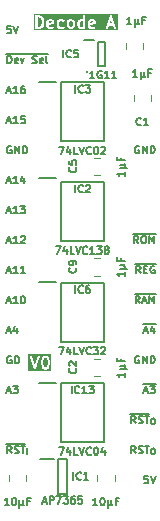
<source format=gto>
%TF.GenerationSoftware,KiCad,Pcbnew,8.0.4*%
%TF.CreationDate,2024-08-22T14:40:13+02:00*%
%TF.ProjectId,Device Decode stage A,44657669-6365-4204-9465-636f64652073,V0*%
%TF.SameCoordinates,PX54c81a0PY37b6b20*%
%TF.FileFunction,Legend,Top*%
%TF.FilePolarity,Positive*%
%FSLAX46Y46*%
G04 Gerber Fmt 4.6, Leading zero omitted, Abs format (unit mm)*
G04 Created by KiCad (PCBNEW 8.0.4) date 2024-08-22 14:40:13*
%MOMM*%
%LPD*%
G01*
G04 APERTURE LIST*
%ADD10C,0.150000*%
%ADD11C,0.200000*%
%ADD12C,0.120000*%
G04 APERTURE END LIST*
D10*
X1362636Y-12804534D02*
X1665017Y-12804534D01*
X1302160Y-12985963D02*
X1513826Y-12350963D01*
X1513826Y-12350963D02*
X1725493Y-12985963D01*
X2269779Y-12985963D02*
X1906922Y-12985963D01*
X2088350Y-12985963D02*
X2088350Y-12350963D01*
X2088350Y-12350963D02*
X2027874Y-12441677D01*
X2027874Y-12441677D02*
X1967398Y-12502153D01*
X1967398Y-12502153D02*
X1906922Y-12532391D01*
X2814065Y-12562629D02*
X2814065Y-12985963D01*
X2662874Y-12320725D02*
X2511684Y-12774296D01*
X2511684Y-12774296D02*
X2904779Y-12774296D01*
X12546887Y-27621201D02*
X12486411Y-27590963D01*
X12486411Y-27590963D02*
X12395697Y-27590963D01*
X12395697Y-27590963D02*
X12304982Y-27621201D01*
X12304982Y-27621201D02*
X12244506Y-27681677D01*
X12244506Y-27681677D02*
X12214268Y-27742153D01*
X12214268Y-27742153D02*
X12184030Y-27863105D01*
X12184030Y-27863105D02*
X12184030Y-27953820D01*
X12184030Y-27953820D02*
X12214268Y-28074772D01*
X12214268Y-28074772D02*
X12244506Y-28135248D01*
X12244506Y-28135248D02*
X12304982Y-28195725D01*
X12304982Y-28195725D02*
X12395697Y-28225963D01*
X12395697Y-28225963D02*
X12456173Y-28225963D01*
X12456173Y-28225963D02*
X12546887Y-28195725D01*
X12546887Y-28195725D02*
X12577125Y-28165486D01*
X12577125Y-28165486D02*
X12577125Y-27953820D01*
X12577125Y-27953820D02*
X12456173Y-27953820D01*
X12849268Y-28225963D02*
X12849268Y-27590963D01*
X12849268Y-27590963D02*
X13212125Y-28225963D01*
X13212125Y-28225963D02*
X13212125Y-27590963D01*
X13514506Y-28225963D02*
X13514506Y-27590963D01*
X13514506Y-27590963D02*
X13665696Y-27590963D01*
X13665696Y-27590963D02*
X13756411Y-27621201D01*
X13756411Y-27621201D02*
X13816887Y-27681677D01*
X13816887Y-27681677D02*
X13847125Y-27742153D01*
X13847125Y-27742153D02*
X13877363Y-27863105D01*
X13877363Y-27863105D02*
X13877363Y-27953820D01*
X13877363Y-27953820D02*
X13847125Y-28074772D01*
X13847125Y-28074772D02*
X13816887Y-28135248D01*
X13816887Y-28135248D02*
X13756411Y-28195725D01*
X13756411Y-28195725D02*
X13665696Y-28225963D01*
X13665696Y-28225963D02*
X13514506Y-28225963D01*
X1362636Y-22964534D02*
X1665017Y-22964534D01*
X1302160Y-23145963D02*
X1513826Y-22510963D01*
X1513826Y-22510963D02*
X1725493Y-23145963D01*
X2269779Y-23145963D02*
X1906922Y-23145963D01*
X2088350Y-23145963D02*
X2088350Y-22510963D01*
X2088350Y-22510963D02*
X2027874Y-22601677D01*
X2027874Y-22601677D02*
X1967398Y-22662153D01*
X1967398Y-22662153D02*
X1906922Y-22692391D01*
X2662874Y-22510963D02*
X2723351Y-22510963D01*
X2723351Y-22510963D02*
X2783827Y-22541201D01*
X2783827Y-22541201D02*
X2814065Y-22571439D01*
X2814065Y-22571439D02*
X2844303Y-22631915D01*
X2844303Y-22631915D02*
X2874541Y-22752867D01*
X2874541Y-22752867D02*
X2874541Y-22904058D01*
X2874541Y-22904058D02*
X2844303Y-23025010D01*
X2844303Y-23025010D02*
X2814065Y-23085486D01*
X2814065Y-23085486D02*
X2783827Y-23115725D01*
X2783827Y-23115725D02*
X2723351Y-23145963D01*
X2723351Y-23145963D02*
X2662874Y-23145963D01*
X2662874Y-23145963D02*
X2602398Y-23115725D01*
X2602398Y-23115725D02*
X2572160Y-23085486D01*
X2572160Y-23085486D02*
X2541922Y-23025010D01*
X2541922Y-23025010D02*
X2511684Y-22904058D01*
X2511684Y-22904058D02*
X2511684Y-22752867D01*
X2511684Y-22752867D02*
X2541922Y-22631915D01*
X2541922Y-22631915D02*
X2572160Y-22571439D01*
X2572160Y-22571439D02*
X2602398Y-22541201D01*
X2602398Y-22541201D02*
X2662874Y-22510963D01*
X1362636Y-5184534D02*
X1665017Y-5184534D01*
X1302160Y-5365963D02*
X1513826Y-4730963D01*
X1513826Y-4730963D02*
X1725493Y-5365963D01*
X2269779Y-5365963D02*
X1906922Y-5365963D01*
X2088350Y-5365963D02*
X2088350Y-4730963D01*
X2088350Y-4730963D02*
X2027874Y-4821677D01*
X2027874Y-4821677D02*
X1967398Y-4882153D01*
X1967398Y-4882153D02*
X1906922Y-4912391D01*
X2814065Y-4730963D02*
X2693112Y-4730963D01*
X2693112Y-4730963D02*
X2632636Y-4761201D01*
X2632636Y-4761201D02*
X2602398Y-4791439D01*
X2602398Y-4791439D02*
X2541922Y-4882153D01*
X2541922Y-4882153D02*
X2511684Y-5003105D01*
X2511684Y-5003105D02*
X2511684Y-5245010D01*
X2511684Y-5245010D02*
X2541922Y-5305486D01*
X2541922Y-5305486D02*
X2572160Y-5335725D01*
X2572160Y-5335725D02*
X2632636Y-5365963D01*
X2632636Y-5365963D02*
X2753589Y-5365963D01*
X2753589Y-5365963D02*
X2814065Y-5335725D01*
X2814065Y-5335725D02*
X2844303Y-5305486D01*
X2844303Y-5305486D02*
X2874541Y-5245010D01*
X2874541Y-5245010D02*
X2874541Y-5093820D01*
X2874541Y-5093820D02*
X2844303Y-5033344D01*
X2844303Y-5033344D02*
X2814065Y-5003105D01*
X2814065Y-5003105D02*
X2753589Y-4972867D01*
X2753589Y-4972867D02*
X2632636Y-4972867D01*
X2632636Y-4972867D02*
X2572160Y-5003105D01*
X2572160Y-5003105D02*
X2541922Y-5033344D01*
X2541922Y-5033344D02*
X2511684Y-5093820D01*
X1695255Y349037D02*
X1392874Y349037D01*
X1392874Y349037D02*
X1362636Y46656D01*
X1362636Y46656D02*
X1392874Y76895D01*
X1392874Y76895D02*
X1453350Y107133D01*
X1453350Y107133D02*
X1604541Y107133D01*
X1604541Y107133D02*
X1665017Y76895D01*
X1665017Y76895D02*
X1695255Y46656D01*
X1695255Y46656D02*
X1725493Y-13820D01*
X1725493Y-13820D02*
X1725493Y-165010D01*
X1725493Y-165010D02*
X1695255Y-225486D01*
X1695255Y-225486D02*
X1665017Y-255725D01*
X1665017Y-255725D02*
X1604541Y-285963D01*
X1604541Y-285963D02*
X1453350Y-285963D01*
X1453350Y-285963D02*
X1392874Y-255725D01*
X1392874Y-255725D02*
X1362636Y-225486D01*
X1906922Y349037D02*
X2118588Y-285963D01*
X2118588Y-285963D02*
X2330255Y349037D01*
X1362636Y-15344534D02*
X1665017Y-15344534D01*
X1302160Y-15525963D02*
X1513826Y-14890963D01*
X1513826Y-14890963D02*
X1725493Y-15525963D01*
X2269779Y-15525963D02*
X1906922Y-15525963D01*
X2088350Y-15525963D02*
X2088350Y-14890963D01*
X2088350Y-14890963D02*
X2027874Y-14981677D01*
X2027874Y-14981677D02*
X1967398Y-15042153D01*
X1967398Y-15042153D02*
X1906922Y-15072391D01*
X2481446Y-14890963D02*
X2874541Y-14890963D01*
X2874541Y-14890963D02*
X2662874Y-15132867D01*
X2662874Y-15132867D02*
X2753589Y-15132867D01*
X2753589Y-15132867D02*
X2814065Y-15163105D01*
X2814065Y-15163105D02*
X2844303Y-15193344D01*
X2844303Y-15193344D02*
X2874541Y-15253820D01*
X2874541Y-15253820D02*
X2874541Y-15405010D01*
X2874541Y-15405010D02*
X2844303Y-15465486D01*
X2844303Y-15465486D02*
X2814065Y-15495725D01*
X2814065Y-15495725D02*
X2753589Y-15525963D01*
X2753589Y-15525963D02*
X2572160Y-15525963D01*
X2572160Y-15525963D02*
X2511684Y-15495725D01*
X2511684Y-15495725D02*
X2481446Y-15465486D01*
X1362636Y-20424534D02*
X1665017Y-20424534D01*
X1302160Y-20605963D02*
X1513826Y-19970963D01*
X1513826Y-19970963D02*
X1725493Y-20605963D01*
X2269779Y-20605963D02*
X1906922Y-20605963D01*
X2088350Y-20605963D02*
X2088350Y-19970963D01*
X2088350Y-19970963D02*
X2027874Y-20061677D01*
X2027874Y-20061677D02*
X1967398Y-20122153D01*
X1967398Y-20122153D02*
X1906922Y-20152391D01*
X2874541Y-20605963D02*
X2511684Y-20605963D01*
X2693112Y-20605963D02*
X2693112Y-19970963D01*
X2693112Y-19970963D02*
X2632636Y-20061677D01*
X2632636Y-20061677D02*
X2572160Y-20122153D01*
X2572160Y-20122153D02*
X2511684Y-20152391D01*
X1362636Y-17884534D02*
X1665017Y-17884534D01*
X1302160Y-18065963D02*
X1513826Y-17430963D01*
X1513826Y-17430963D02*
X1725493Y-18065963D01*
X2269779Y-18065963D02*
X1906922Y-18065963D01*
X2088350Y-18065963D02*
X2088350Y-17430963D01*
X2088350Y-17430963D02*
X2027874Y-17521677D01*
X2027874Y-17521677D02*
X1967398Y-17582153D01*
X1967398Y-17582153D02*
X1906922Y-17612391D01*
X2511684Y-17491439D02*
X2541922Y-17461201D01*
X2541922Y-17461201D02*
X2602398Y-17430963D01*
X2602398Y-17430963D02*
X2753589Y-17430963D01*
X2753589Y-17430963D02*
X2814065Y-17461201D01*
X2814065Y-17461201D02*
X2844303Y-17491439D01*
X2844303Y-17491439D02*
X2874541Y-17551915D01*
X2874541Y-17551915D02*
X2874541Y-17612391D01*
X2874541Y-17612391D02*
X2844303Y-17703105D01*
X2844303Y-17703105D02*
X2481446Y-18065963D01*
X2481446Y-18065963D02*
X2874541Y-18065963D01*
D11*
G36*
X4177027Y1047760D02*
G01*
X4244100Y980687D01*
X4279552Y909782D01*
X4321523Y741901D01*
X4321523Y623663D01*
X4279552Y455782D01*
X4244099Y384876D01*
X4177028Y317803D01*
X4071963Y282781D01*
X3950095Y282781D01*
X3950095Y1082781D01*
X4071963Y1082781D01*
X4177027Y1047760D01*
G37*
G36*
X5156511Y727293D02*
G01*
X5173961Y692393D01*
X4902476Y638096D01*
X4902476Y682984D01*
X4924631Y727294D01*
X4968940Y749448D01*
X5112202Y749448D01*
X5156511Y727293D01*
G37*
G36*
X6886097Y719643D02*
G01*
X6910766Y694975D01*
X6940571Y635365D01*
X6940571Y396865D01*
X6910766Y337257D01*
X6886097Y312587D01*
X6826488Y282781D01*
X6730845Y282781D01*
X6671235Y312586D01*
X6646568Y337254D01*
X6616762Y396866D01*
X6616762Y635365D01*
X6646567Y694975D01*
X6671235Y719644D01*
X6730845Y749448D01*
X6826488Y749448D01*
X6886097Y719643D01*
G37*
G36*
X7797714Y740026D02*
G01*
X7797714Y292204D01*
X7778869Y282781D01*
X7635607Y282781D01*
X7575997Y312586D01*
X7551330Y337254D01*
X7521524Y396866D01*
X7521524Y635365D01*
X7551329Y694975D01*
X7575997Y719644D01*
X7635607Y749448D01*
X7778869Y749448D01*
X7797714Y740026D01*
G37*
G36*
X8680321Y727293D02*
G01*
X8697771Y692393D01*
X8426286Y638096D01*
X8426286Y682984D01*
X8448441Y727294D01*
X8492750Y749448D01*
X8636012Y749448D01*
X8680321Y727293D01*
G37*
G36*
X10282782Y568496D02*
G01*
X10084077Y568496D01*
X10183429Y866554D01*
X10282782Y568496D01*
G37*
G36*
X10727088Y-28330D02*
G01*
X3638984Y-28330D01*
X3638984Y1182781D01*
X3750095Y1182781D01*
X3750095Y182781D01*
X3752016Y163272D01*
X3766948Y127224D01*
X3794538Y99634D01*
X3830586Y84702D01*
X3850095Y82781D01*
X4088190Y82781D01*
X4098063Y83754D01*
X4100697Y83566D01*
X4104160Y84354D01*
X4107699Y84702D01*
X4110141Y85714D01*
X4119813Y87913D01*
X4262669Y135532D01*
X4280570Y143523D01*
X4283285Y145878D01*
X4286605Y147253D01*
X4301758Y159690D01*
X4396996Y254929D01*
X4403288Y262596D01*
X4405285Y264327D01*
X4407178Y267335D01*
X4409433Y270082D01*
X4410444Y272524D01*
X4415728Y280918D01*
X4463347Y376155D01*
X4463893Y377584D01*
X4464323Y378163D01*
X4467244Y386340D01*
X4470353Y394464D01*
X4470404Y395185D01*
X4470918Y396623D01*
X4518537Y587099D01*
X4519037Y590481D01*
X4519602Y591844D01*
X4520325Y599195D01*
X4521405Y606492D01*
X4521187Y607951D01*
X4521523Y611353D01*
X4521523Y706591D01*
X4702476Y706591D01*
X4702476Y325639D01*
X4704397Y306130D01*
X4705772Y302810D01*
X4706027Y299227D01*
X4713033Y280918D01*
X4760652Y185679D01*
X4762705Y182416D01*
X4763219Y180877D01*
X4764881Y178961D01*
X4771095Y169089D01*
X4780566Y160875D01*
X4788783Y151400D01*
X4798653Y145188D01*
X4800571Y143524D01*
X4802111Y143011D01*
X4805374Y140957D01*
X4900611Y93338D01*
X4918920Y86332D01*
X4922503Y86078D01*
X4925824Y84702D01*
X4945333Y82781D01*
X5135809Y82781D01*
X5155318Y84702D01*
X5158638Y86078D01*
X5162222Y86332D01*
X5180530Y93338D01*
X5275768Y140957D01*
X5292358Y151400D01*
X5317923Y180877D01*
X5330261Y217893D01*
X5327496Y256813D01*
X5310047Y291711D01*
X5280570Y317276D01*
X5243554Y329615D01*
X5204634Y326849D01*
X5186325Y319843D01*
X5112202Y282781D01*
X4968940Y282781D01*
X4924630Y304936D01*
X4902476Y349246D01*
X4902476Y434135D01*
X5298172Y513274D01*
X5298175Y513274D01*
X5298177Y513276D01*
X5298277Y513295D01*
X5317031Y519005D01*
X5325171Y524457D01*
X5334223Y528206D01*
X5341224Y535208D01*
X5349450Y540716D01*
X5354884Y548868D01*
X5361813Y555796D01*
X5365602Y564944D01*
X5371094Y573181D01*
X5372995Y582792D01*
X5376745Y591844D01*
X5378666Y611353D01*
X5378666Y658972D01*
X5559619Y658972D01*
X5559619Y373258D01*
X5561540Y353749D01*
X5562915Y350429D01*
X5563170Y346845D01*
X5570176Y328537D01*
X5617795Y233299D01*
X5623078Y224907D01*
X5624090Y222463D01*
X5626346Y219714D01*
X5628238Y216709D01*
X5630232Y214980D01*
X5636527Y207310D01*
X5684145Y159690D01*
X5691813Y153397D01*
X5693545Y151400D01*
X5696553Y149507D01*
X5699299Y147253D01*
X5701739Y146243D01*
X5710136Y140957D01*
X5805373Y93338D01*
X5823682Y86332D01*
X5827265Y86078D01*
X5830586Y84702D01*
X5850095Y82781D01*
X6040571Y82781D01*
X6060080Y84702D01*
X6063400Y86078D01*
X6066984Y86332D01*
X6085292Y93338D01*
X6180530Y140957D01*
X6197120Y151400D01*
X6222685Y180877D01*
X6235023Y217893D01*
X6232258Y256813D01*
X6214809Y291711D01*
X6185332Y317276D01*
X6148316Y329615D01*
X6109396Y326849D01*
X6091087Y319843D01*
X6016964Y282781D01*
X5873702Y282781D01*
X5814092Y312586D01*
X5789425Y337254D01*
X5759619Y396866D01*
X5759619Y635365D01*
X5771423Y658972D01*
X6416762Y658972D01*
X6416762Y373258D01*
X6418683Y353749D01*
X6420058Y350429D01*
X6420313Y346845D01*
X6427319Y328537D01*
X6474938Y233299D01*
X6480221Y224907D01*
X6481233Y222463D01*
X6483489Y219714D01*
X6485381Y216709D01*
X6487375Y214980D01*
X6493670Y207310D01*
X6541288Y159690D01*
X6548956Y153397D01*
X6550688Y151400D01*
X6553696Y149507D01*
X6556442Y147253D01*
X6558882Y146243D01*
X6567279Y140957D01*
X6662516Y93338D01*
X6680825Y86332D01*
X6684408Y86078D01*
X6687729Y84702D01*
X6707238Y82781D01*
X6850095Y82781D01*
X6869604Y84702D01*
X6872924Y86078D01*
X6876508Y86332D01*
X6894816Y93338D01*
X6990054Y140957D01*
X6998449Y146242D01*
X7000891Y147253D01*
X7003638Y149509D01*
X7006644Y151400D01*
X7008374Y153395D01*
X7016044Y159690D01*
X7063663Y207310D01*
X7069955Y214977D01*
X7071952Y216708D01*
X7073845Y219716D01*
X7076100Y222463D01*
X7077111Y224905D01*
X7082395Y233299D01*
X7130014Y328536D01*
X7137020Y346845D01*
X7137274Y350429D01*
X7138650Y353749D01*
X7140571Y373258D01*
X7140571Y658972D01*
X7321524Y658972D01*
X7321524Y373258D01*
X7323445Y353749D01*
X7324820Y350429D01*
X7325075Y346845D01*
X7332081Y328537D01*
X7379700Y233299D01*
X7384983Y224907D01*
X7385995Y222463D01*
X7388251Y219714D01*
X7390143Y216709D01*
X7392137Y214980D01*
X7398432Y207310D01*
X7446050Y159690D01*
X7453718Y153397D01*
X7455450Y151400D01*
X7458458Y149507D01*
X7461204Y147253D01*
X7463644Y146243D01*
X7472041Y140957D01*
X7567278Y93338D01*
X7585587Y86332D01*
X7589170Y86078D01*
X7592491Y84702D01*
X7612000Y82781D01*
X7802476Y82781D01*
X7821985Y84702D01*
X7825305Y86078D01*
X7828889Y86332D01*
X7847197Y93338D01*
X7851800Y95640D01*
X7878205Y84702D01*
X7917223Y84702D01*
X7953271Y99634D01*
X7980861Y127224D01*
X7995793Y163272D01*
X7997714Y182781D01*
X7997714Y706591D01*
X8226286Y706591D01*
X8226286Y325639D01*
X8228207Y306130D01*
X8229582Y302810D01*
X8229837Y299227D01*
X8236843Y280918D01*
X8284462Y185679D01*
X8286515Y182416D01*
X8287029Y180877D01*
X8288691Y178961D01*
X8294905Y169089D01*
X8304376Y160875D01*
X8312593Y151400D01*
X8322463Y145188D01*
X8324381Y143524D01*
X8325921Y143011D01*
X8329184Y140957D01*
X8424421Y93338D01*
X8442730Y86332D01*
X8446313Y86078D01*
X8449634Y84702D01*
X8469143Y82781D01*
X8659619Y82781D01*
X8679128Y84702D01*
X8682448Y86078D01*
X8686032Y86332D01*
X8704340Y93338D01*
X8799578Y140957D01*
X8816168Y151400D01*
X8841733Y180877D01*
X8846536Y195288D01*
X9750881Y195288D01*
X9753647Y156368D01*
X9771097Y121469D01*
X9800573Y95904D01*
X9837589Y83566D01*
X9876509Y86332D01*
X9911408Y103782D01*
X9936973Y133258D01*
X9944964Y151158D01*
X10017410Y368496D01*
X10349448Y368496D01*
X10421894Y151159D01*
X10429885Y133258D01*
X10455450Y103782D01*
X10490349Y86333D01*
X10529269Y83566D01*
X10566285Y95905D01*
X10595761Y121470D01*
X10613211Y156369D01*
X10615977Y195289D01*
X10611630Y214404D01*
X10278297Y1214404D01*
X10270306Y1232304D01*
X10265621Y1237706D01*
X10262428Y1244092D01*
X10252959Y1252305D01*
X10244741Y1261780D01*
X10238349Y1264977D01*
X10232952Y1269657D01*
X10221058Y1273622D01*
X10209842Y1279230D01*
X10202714Y1279737D01*
X10195936Y1281996D01*
X10183431Y1281107D01*
X10170922Y1281996D01*
X10164140Y1279736D01*
X10157016Y1279229D01*
X10145807Y1273626D01*
X10133906Y1269658D01*
X10128505Y1264975D01*
X10122117Y1261780D01*
X10113901Y1252309D01*
X10104430Y1244093D01*
X10101235Y1237704D01*
X10096552Y1232304D01*
X10088561Y1214403D01*
X9755228Y214404D01*
X9750881Y195288D01*
X8846536Y195288D01*
X8854071Y217893D01*
X8851306Y256813D01*
X8833857Y291711D01*
X8804380Y317276D01*
X8767364Y329615D01*
X8728444Y326849D01*
X8710135Y319843D01*
X8636012Y282781D01*
X8492750Y282781D01*
X8448440Y304936D01*
X8426286Y349246D01*
X8426286Y434135D01*
X8821982Y513274D01*
X8821985Y513274D01*
X8821987Y513276D01*
X8822087Y513295D01*
X8840841Y519005D01*
X8848981Y524457D01*
X8858033Y528206D01*
X8865034Y535208D01*
X8873260Y540716D01*
X8878694Y548868D01*
X8885623Y555796D01*
X8889412Y564944D01*
X8894904Y573181D01*
X8896805Y582792D01*
X8900555Y591844D01*
X8902476Y611353D01*
X8902476Y706591D01*
X8900555Y726100D01*
X8899179Y729421D01*
X8898925Y733004D01*
X8891919Y751313D01*
X8844300Y846550D01*
X8842245Y849814D01*
X8841733Y851352D01*
X8840071Y853268D01*
X8833857Y863141D01*
X8824381Y871359D01*
X8816168Y880829D01*
X8806296Y887043D01*
X8804380Y888705D01*
X8802841Y889219D01*
X8799578Y891272D01*
X8704340Y938891D01*
X8686032Y945897D01*
X8682448Y946152D01*
X8679128Y947527D01*
X8659619Y949448D01*
X8469143Y949448D01*
X8449634Y947527D01*
X8446313Y946152D01*
X8442730Y945897D01*
X8424421Y938891D01*
X8329184Y891272D01*
X8325920Y889218D01*
X8324382Y888705D01*
X8322466Y887044D01*
X8312593Y880829D01*
X8304375Y871354D01*
X8294905Y863140D01*
X8288691Y853269D01*
X8287029Y851352D01*
X8286515Y849814D01*
X8284462Y846550D01*
X8236843Y751312D01*
X8229837Y733004D01*
X8229582Y729421D01*
X8228207Y726100D01*
X8226286Y706591D01*
X7997714Y706591D01*
X7997714Y1182781D01*
X7995793Y1202290D01*
X7980861Y1238338D01*
X7953271Y1265928D01*
X7917223Y1280860D01*
X7878205Y1280860D01*
X7842157Y1265928D01*
X7814567Y1238338D01*
X7799635Y1202290D01*
X7797714Y1182781D01*
X7797714Y949448D01*
X7612000Y949448D01*
X7592491Y947527D01*
X7589170Y946152D01*
X7585587Y945897D01*
X7567278Y938891D01*
X7472041Y891272D01*
X7463644Y885987D01*
X7461204Y884976D01*
X7458458Y882723D01*
X7455450Y880829D01*
X7453717Y878832D01*
X7446051Y872539D01*
X7398432Y824921D01*
X7392137Y817251D01*
X7390143Y815521D01*
X7388249Y812514D01*
X7385996Y809767D01*
X7384985Y807328D01*
X7379700Y798931D01*
X7332081Y703693D01*
X7325075Y685385D01*
X7324820Y681802D01*
X7323445Y678481D01*
X7321524Y658972D01*
X7140571Y658972D01*
X7138650Y678481D01*
X7137274Y681802D01*
X7137020Y685385D01*
X7130014Y703694D01*
X7082395Y798931D01*
X7077109Y807328D01*
X7076099Y809768D01*
X7073845Y812514D01*
X7071952Y815522D01*
X7069954Y817255D01*
X7063662Y824921D01*
X7016044Y872540D01*
X7008373Y878835D01*
X7006644Y880829D01*
X7003636Y882723D01*
X7000890Y884976D01*
X6998450Y885987D01*
X6990054Y891272D01*
X6894816Y938891D01*
X6876508Y945897D01*
X6872924Y946152D01*
X6869604Y947527D01*
X6850095Y949448D01*
X6707238Y949448D01*
X6687729Y947527D01*
X6684408Y946152D01*
X6680825Y945897D01*
X6662516Y938891D01*
X6567279Y891272D01*
X6558882Y885987D01*
X6556442Y884976D01*
X6553696Y882723D01*
X6550688Y880829D01*
X6548955Y878832D01*
X6541289Y872539D01*
X6493670Y824921D01*
X6487375Y817251D01*
X6485381Y815521D01*
X6483487Y812514D01*
X6481234Y809767D01*
X6480223Y807328D01*
X6474938Y798931D01*
X6427319Y703693D01*
X6420313Y685385D01*
X6420058Y681802D01*
X6418683Y678481D01*
X6416762Y658972D01*
X5771423Y658972D01*
X5789424Y694975D01*
X5814092Y719644D01*
X5873702Y749448D01*
X6016964Y749448D01*
X6091087Y712386D01*
X6109396Y705380D01*
X6148316Y702614D01*
X6185332Y714953D01*
X6214809Y740518D01*
X6232258Y775416D01*
X6235023Y814336D01*
X6222685Y851352D01*
X6197120Y880829D01*
X6180530Y891272D01*
X6085292Y938891D01*
X6066984Y945897D01*
X6063400Y946152D01*
X6060080Y947527D01*
X6040571Y949448D01*
X5850095Y949448D01*
X5830586Y947527D01*
X5827265Y946152D01*
X5823682Y945897D01*
X5805373Y938891D01*
X5710136Y891272D01*
X5701739Y885987D01*
X5699299Y884976D01*
X5696553Y882723D01*
X5693545Y880829D01*
X5691812Y878832D01*
X5684146Y872539D01*
X5636527Y824921D01*
X5630232Y817251D01*
X5628238Y815521D01*
X5626344Y812514D01*
X5624091Y809767D01*
X5623080Y807328D01*
X5617795Y798931D01*
X5570176Y703693D01*
X5563170Y685385D01*
X5562915Y681802D01*
X5561540Y678481D01*
X5559619Y658972D01*
X5378666Y658972D01*
X5378666Y706591D01*
X5376745Y726100D01*
X5375369Y729421D01*
X5375115Y733004D01*
X5368109Y751313D01*
X5320490Y846550D01*
X5318435Y849814D01*
X5317923Y851352D01*
X5316261Y853268D01*
X5310047Y863141D01*
X5300571Y871359D01*
X5292358Y880829D01*
X5282486Y887043D01*
X5280570Y888705D01*
X5279031Y889219D01*
X5275768Y891272D01*
X5180530Y938891D01*
X5162222Y945897D01*
X5158638Y946152D01*
X5155318Y947527D01*
X5135809Y949448D01*
X4945333Y949448D01*
X4925824Y947527D01*
X4922503Y946152D01*
X4918920Y945897D01*
X4900611Y938891D01*
X4805374Y891272D01*
X4802110Y889218D01*
X4800572Y888705D01*
X4798656Y887044D01*
X4788783Y880829D01*
X4780565Y871354D01*
X4771095Y863140D01*
X4764881Y853269D01*
X4763219Y851352D01*
X4762705Y849814D01*
X4760652Y846550D01*
X4713033Y751312D01*
X4706027Y733004D01*
X4705772Y729421D01*
X4704397Y726100D01*
X4702476Y706591D01*
X4521523Y706591D01*
X4521523Y754210D01*
X4521187Y757613D01*
X4521405Y759071D01*
X4520325Y766369D01*
X4519602Y773719D01*
X4519037Y775083D01*
X4518537Y778464D01*
X4470918Y968940D01*
X4470404Y970379D01*
X4470353Y971099D01*
X4467244Y979224D01*
X4464323Y987400D01*
X4463893Y987980D01*
X4463347Y989408D01*
X4415728Y1084645D01*
X4410441Y1093044D01*
X4409432Y1095481D01*
X4407180Y1098225D01*
X4405285Y1101236D01*
X4403287Y1102969D01*
X4396996Y1110635D01*
X4301758Y1205873D01*
X4286604Y1218309D01*
X4283285Y1219684D01*
X4280570Y1222039D01*
X4262669Y1230030D01*
X4119813Y1277649D01*
X4110141Y1279849D01*
X4107699Y1280860D01*
X4104160Y1281209D01*
X4100697Y1281996D01*
X4098063Y1281809D01*
X4088190Y1282781D01*
X3850095Y1282781D01*
X3830586Y1280860D01*
X3794538Y1265928D01*
X3766948Y1238338D01*
X3752016Y1202290D01*
X3750095Y1182781D01*
X3638984Y1182781D01*
X3638984Y1393892D01*
X10727088Y1393892D01*
X10727088Y-28330D01*
G37*
D10*
X12546887Y-9841201D02*
X12486411Y-9810963D01*
X12486411Y-9810963D02*
X12395697Y-9810963D01*
X12395697Y-9810963D02*
X12304982Y-9841201D01*
X12304982Y-9841201D02*
X12244506Y-9901677D01*
X12244506Y-9901677D02*
X12214268Y-9962153D01*
X12214268Y-9962153D02*
X12184030Y-10083105D01*
X12184030Y-10083105D02*
X12184030Y-10173820D01*
X12184030Y-10173820D02*
X12214268Y-10294772D01*
X12214268Y-10294772D02*
X12244506Y-10355248D01*
X12244506Y-10355248D02*
X12304982Y-10415725D01*
X12304982Y-10415725D02*
X12395697Y-10445963D01*
X12395697Y-10445963D02*
X12456173Y-10445963D01*
X12456173Y-10445963D02*
X12546887Y-10415725D01*
X12546887Y-10415725D02*
X12577125Y-10385486D01*
X12577125Y-10385486D02*
X12577125Y-10173820D01*
X12577125Y-10173820D02*
X12456173Y-10173820D01*
X12849268Y-10445963D02*
X12849268Y-9810963D01*
X12849268Y-9810963D02*
X13212125Y-10445963D01*
X13212125Y-10445963D02*
X13212125Y-9810963D01*
X13514506Y-10445963D02*
X13514506Y-9810963D01*
X13514506Y-9810963D02*
X13665696Y-9810963D01*
X13665696Y-9810963D02*
X13756411Y-9841201D01*
X13756411Y-9841201D02*
X13816887Y-9901677D01*
X13816887Y-9901677D02*
X13847125Y-9962153D01*
X13847125Y-9962153D02*
X13877363Y-10083105D01*
X13877363Y-10083105D02*
X13877363Y-10173820D01*
X13877363Y-10173820D02*
X13847125Y-10294772D01*
X13847125Y-10294772D02*
X13816887Y-10355248D01*
X13816887Y-10355248D02*
X13756411Y-10415725D01*
X13756411Y-10415725D02*
X13665696Y-10445963D01*
X13665696Y-10445963D02*
X13514506Y-10445963D01*
X12667839Y-20605963D02*
X12456172Y-20303582D01*
X12304982Y-20605963D02*
X12304982Y-19970963D01*
X12304982Y-19970963D02*
X12546887Y-19970963D01*
X12546887Y-19970963D02*
X12607363Y-20001201D01*
X12607363Y-20001201D02*
X12637601Y-20031439D01*
X12637601Y-20031439D02*
X12667839Y-20091915D01*
X12667839Y-20091915D02*
X12667839Y-20182629D01*
X12667839Y-20182629D02*
X12637601Y-20243105D01*
X12637601Y-20243105D02*
X12607363Y-20273344D01*
X12607363Y-20273344D02*
X12546887Y-20303582D01*
X12546887Y-20303582D02*
X12304982Y-20303582D01*
X12939982Y-20273344D02*
X13151649Y-20273344D01*
X13242363Y-20605963D02*
X12939982Y-20605963D01*
X12939982Y-20605963D02*
X12939982Y-19970963D01*
X12939982Y-19970963D02*
X13242363Y-19970963D01*
X13847125Y-20001201D02*
X13786649Y-19970963D01*
X13786649Y-19970963D02*
X13695935Y-19970963D01*
X13695935Y-19970963D02*
X13605220Y-20001201D01*
X13605220Y-20001201D02*
X13544744Y-20061677D01*
X13544744Y-20061677D02*
X13514506Y-20122153D01*
X13514506Y-20122153D02*
X13484268Y-20243105D01*
X13484268Y-20243105D02*
X13484268Y-20333820D01*
X13484268Y-20333820D02*
X13514506Y-20454772D01*
X13514506Y-20454772D02*
X13544744Y-20515248D01*
X13544744Y-20515248D02*
X13605220Y-20575725D01*
X13605220Y-20575725D02*
X13695935Y-20605963D01*
X13695935Y-20605963D02*
X13756411Y-20605963D01*
X13756411Y-20605963D02*
X13847125Y-20575725D01*
X13847125Y-20575725D02*
X13877363Y-20545486D01*
X13877363Y-20545486D02*
X13877363Y-20333820D01*
X13877363Y-20333820D02*
X13756411Y-20333820D01*
X12217292Y-19794675D02*
X13934816Y-19794675D01*
X1392874Y-2825963D02*
X1392874Y-2190963D01*
X1392874Y-2190963D02*
X1544064Y-2190963D01*
X1544064Y-2190963D02*
X1634779Y-2221201D01*
X1634779Y-2221201D02*
X1695255Y-2281677D01*
X1695255Y-2281677D02*
X1725493Y-2342153D01*
X1725493Y-2342153D02*
X1755731Y-2463105D01*
X1755731Y-2463105D02*
X1755731Y-2553820D01*
X1755731Y-2553820D02*
X1725493Y-2674772D01*
X1725493Y-2674772D02*
X1695255Y-2735248D01*
X1695255Y-2735248D02*
X1634779Y-2795725D01*
X1634779Y-2795725D02*
X1544064Y-2825963D01*
X1544064Y-2825963D02*
X1392874Y-2825963D01*
X2269779Y-2795725D02*
X2209303Y-2825963D01*
X2209303Y-2825963D02*
X2088350Y-2825963D01*
X2088350Y-2825963D02*
X2027874Y-2795725D01*
X2027874Y-2795725D02*
X1997636Y-2735248D01*
X1997636Y-2735248D02*
X1997636Y-2493344D01*
X1997636Y-2493344D02*
X2027874Y-2432867D01*
X2027874Y-2432867D02*
X2088350Y-2402629D01*
X2088350Y-2402629D02*
X2209303Y-2402629D01*
X2209303Y-2402629D02*
X2269779Y-2432867D01*
X2269779Y-2432867D02*
X2300017Y-2493344D01*
X2300017Y-2493344D02*
X2300017Y-2553820D01*
X2300017Y-2553820D02*
X1997636Y-2614296D01*
X2511684Y-2402629D02*
X2662874Y-2825963D01*
X2662874Y-2825963D02*
X2814065Y-2402629D01*
X3509542Y-2795725D02*
X3600256Y-2825963D01*
X3600256Y-2825963D02*
X3751447Y-2825963D01*
X3751447Y-2825963D02*
X3811923Y-2795725D01*
X3811923Y-2795725D02*
X3842161Y-2765486D01*
X3842161Y-2765486D02*
X3872399Y-2705010D01*
X3872399Y-2705010D02*
X3872399Y-2644534D01*
X3872399Y-2644534D02*
X3842161Y-2584058D01*
X3842161Y-2584058D02*
X3811923Y-2553820D01*
X3811923Y-2553820D02*
X3751447Y-2523582D01*
X3751447Y-2523582D02*
X3630494Y-2493344D01*
X3630494Y-2493344D02*
X3570018Y-2463105D01*
X3570018Y-2463105D02*
X3539780Y-2432867D01*
X3539780Y-2432867D02*
X3509542Y-2372391D01*
X3509542Y-2372391D02*
X3509542Y-2311915D01*
X3509542Y-2311915D02*
X3539780Y-2251439D01*
X3539780Y-2251439D02*
X3570018Y-2221201D01*
X3570018Y-2221201D02*
X3630494Y-2190963D01*
X3630494Y-2190963D02*
X3781685Y-2190963D01*
X3781685Y-2190963D02*
X3872399Y-2221201D01*
X4386447Y-2795725D02*
X4325971Y-2825963D01*
X4325971Y-2825963D02*
X4205018Y-2825963D01*
X4205018Y-2825963D02*
X4144542Y-2795725D01*
X4144542Y-2795725D02*
X4114304Y-2735248D01*
X4114304Y-2735248D02*
X4114304Y-2493344D01*
X4114304Y-2493344D02*
X4144542Y-2432867D01*
X4144542Y-2432867D02*
X4205018Y-2402629D01*
X4205018Y-2402629D02*
X4325971Y-2402629D01*
X4325971Y-2402629D02*
X4386447Y-2432867D01*
X4386447Y-2432867D02*
X4416685Y-2493344D01*
X4416685Y-2493344D02*
X4416685Y-2553820D01*
X4416685Y-2553820D02*
X4114304Y-2614296D01*
X4779542Y-2825963D02*
X4719066Y-2795725D01*
X4719066Y-2795725D02*
X4688828Y-2735248D01*
X4688828Y-2735248D02*
X4688828Y-2190963D01*
X1305184Y-2014675D02*
X4806757Y-2014675D01*
X1362636Y-7724534D02*
X1665017Y-7724534D01*
X1302160Y-7905963D02*
X1513826Y-7270963D01*
X1513826Y-7270963D02*
X1725493Y-7905963D01*
X2269779Y-7905963D02*
X1906922Y-7905963D01*
X2088350Y-7905963D02*
X2088350Y-7270963D01*
X2088350Y-7270963D02*
X2027874Y-7361677D01*
X2027874Y-7361677D02*
X1967398Y-7422153D01*
X1967398Y-7422153D02*
X1906922Y-7452391D01*
X2844303Y-7270963D02*
X2541922Y-7270963D01*
X2541922Y-7270963D02*
X2511684Y-7573344D01*
X2511684Y-7573344D02*
X2541922Y-7543105D01*
X2541922Y-7543105D02*
X2602398Y-7512867D01*
X2602398Y-7512867D02*
X2753589Y-7512867D01*
X2753589Y-7512867D02*
X2814065Y-7543105D01*
X2814065Y-7543105D02*
X2844303Y-7573344D01*
X2844303Y-7573344D02*
X2874541Y-7633820D01*
X2874541Y-7633820D02*
X2874541Y-7785010D01*
X2874541Y-7785010D02*
X2844303Y-7845486D01*
X2844303Y-7845486D02*
X2814065Y-7875725D01*
X2814065Y-7875725D02*
X2753589Y-7905963D01*
X2753589Y-7905963D02*
X2602398Y-7905963D01*
X2602398Y-7905963D02*
X2541922Y-7875725D01*
X2541922Y-7875725D02*
X2511684Y-7845486D01*
X1362636Y-30584534D02*
X1665017Y-30584534D01*
X1302160Y-30765963D02*
X1513826Y-30130963D01*
X1513826Y-30130963D02*
X1725493Y-30765963D01*
X1876684Y-30130963D02*
X2269779Y-30130963D01*
X2269779Y-30130963D02*
X2058112Y-30372867D01*
X2058112Y-30372867D02*
X2148827Y-30372867D01*
X2148827Y-30372867D02*
X2209303Y-30403105D01*
X2209303Y-30403105D02*
X2239541Y-30433344D01*
X2239541Y-30433344D02*
X2269779Y-30493820D01*
X2269779Y-30493820D02*
X2269779Y-30645010D01*
X2269779Y-30645010D02*
X2239541Y-30705486D01*
X2239541Y-30705486D02*
X2209303Y-30735725D01*
X2209303Y-30735725D02*
X2148827Y-30765963D01*
X2148827Y-30765963D02*
X1967398Y-30765963D01*
X1967398Y-30765963D02*
X1906922Y-30735725D01*
X1906922Y-30735725D02*
X1876684Y-30705486D01*
X12970220Y-25504534D02*
X13272601Y-25504534D01*
X12909744Y-25685963D02*
X13121410Y-25050963D01*
X13121410Y-25050963D02*
X13333077Y-25685963D01*
X13816887Y-25262629D02*
X13816887Y-25685963D01*
X13665696Y-25020725D02*
X13514506Y-25474296D01*
X13514506Y-25474296D02*
X13907601Y-25474296D01*
X12912768Y-24874675D02*
X13934816Y-24874675D01*
X1362636Y-25504534D02*
X1665017Y-25504534D01*
X1302160Y-25685963D02*
X1513826Y-25050963D01*
X1513826Y-25050963D02*
X1725493Y-25685963D01*
X2209303Y-25262629D02*
X2209303Y-25685963D01*
X2058112Y-25020725D02*
X1906922Y-25474296D01*
X1906922Y-25474296D02*
X2300017Y-25474296D01*
D11*
G36*
X4703192Y-27776024D02*
G01*
X4727861Y-27800692D01*
X4763314Y-27871599D01*
X4805285Y-28039480D01*
X4805285Y-28252956D01*
X4763314Y-28420837D01*
X4727861Y-28491743D01*
X4703192Y-28516413D01*
X4643583Y-28546219D01*
X4595559Y-28546219D01*
X4535949Y-28516414D01*
X4511282Y-28491746D01*
X4475827Y-28420837D01*
X4433857Y-28252956D01*
X4433857Y-28039481D01*
X4475827Y-27871599D01*
X4511281Y-27800692D01*
X4535949Y-27776023D01*
X4595559Y-27746219D01*
X4643583Y-27746219D01*
X4703192Y-27776024D01*
G37*
G36*
X5116396Y-28857330D02*
G01*
X3171150Y-28857330D01*
X3171150Y-27658726D01*
X3282261Y-27658726D01*
X3286608Y-27677842D01*
X3619941Y-28677841D01*
X3627932Y-28695742D01*
X3632615Y-28701141D01*
X3635810Y-28707531D01*
X3645281Y-28715746D01*
X3653497Y-28725218D01*
X3659885Y-28728412D01*
X3665286Y-28733096D01*
X3677187Y-28737063D01*
X3688396Y-28742667D01*
X3695520Y-28743173D01*
X3702302Y-28745434D01*
X3714811Y-28744544D01*
X3727316Y-28745434D01*
X3734094Y-28743174D01*
X3741222Y-28742668D01*
X3752438Y-28737059D01*
X3764332Y-28733095D01*
X3769729Y-28728414D01*
X3776121Y-28725218D01*
X3784339Y-28715742D01*
X3793808Y-28707530D01*
X3797001Y-28701143D01*
X3801686Y-28695742D01*
X3809677Y-28677842D01*
X4026567Y-28027171D01*
X4233857Y-28027171D01*
X4233857Y-28265266D01*
X4234192Y-28268668D01*
X4233975Y-28270127D01*
X4235054Y-28277424D01*
X4235778Y-28284775D01*
X4236342Y-28286138D01*
X4236843Y-28289520D01*
X4284462Y-28479995D01*
X4284975Y-28481432D01*
X4285027Y-28482155D01*
X4288135Y-28490279D01*
X4291057Y-28498456D01*
X4291487Y-28499036D01*
X4292033Y-28500463D01*
X4339652Y-28595701D01*
X4344935Y-28604093D01*
X4345947Y-28606537D01*
X4348203Y-28609286D01*
X4350095Y-28612291D01*
X4352089Y-28614020D01*
X4358384Y-28621690D01*
X4406002Y-28669310D01*
X4413670Y-28675603D01*
X4415402Y-28677600D01*
X4418410Y-28679493D01*
X4421156Y-28681747D01*
X4423596Y-28682757D01*
X4431993Y-28688043D01*
X4527230Y-28735662D01*
X4545539Y-28742668D01*
X4549122Y-28742922D01*
X4552443Y-28744298D01*
X4571952Y-28746219D01*
X4667190Y-28746219D01*
X4686699Y-28744298D01*
X4690019Y-28742922D01*
X4693603Y-28742668D01*
X4711911Y-28735662D01*
X4807149Y-28688043D01*
X4815544Y-28682758D01*
X4817986Y-28681747D01*
X4820733Y-28679491D01*
X4823739Y-28677600D01*
X4825469Y-28675605D01*
X4833139Y-28669310D01*
X4880758Y-28621690D01*
X4887050Y-28614023D01*
X4889047Y-28612292D01*
X4890940Y-28609284D01*
X4893195Y-28606537D01*
X4894206Y-28604095D01*
X4899490Y-28595701D01*
X4947109Y-28500464D01*
X4947655Y-28499035D01*
X4948085Y-28498456D01*
X4951006Y-28490279D01*
X4954115Y-28482155D01*
X4954166Y-28481434D01*
X4954680Y-28479996D01*
X5002299Y-28289520D01*
X5002799Y-28286138D01*
X5003364Y-28284775D01*
X5004087Y-28277424D01*
X5005167Y-28270127D01*
X5004949Y-28268668D01*
X5005285Y-28265266D01*
X5005285Y-28027171D01*
X5004949Y-28023768D01*
X5005167Y-28022310D01*
X5004087Y-28015012D01*
X5003364Y-28007662D01*
X5002799Y-28006298D01*
X5002299Y-28002917D01*
X4954680Y-27812441D01*
X4954166Y-27811002D01*
X4954115Y-27810282D01*
X4951006Y-27802157D01*
X4948085Y-27793981D01*
X4947655Y-27793401D01*
X4947109Y-27791973D01*
X4899490Y-27696736D01*
X4894204Y-27688339D01*
X4893194Y-27685899D01*
X4890940Y-27683153D01*
X4889047Y-27680145D01*
X4887049Y-27678412D01*
X4880757Y-27670746D01*
X4833139Y-27623127D01*
X4825468Y-27616832D01*
X4823739Y-27614838D01*
X4820731Y-27612944D01*
X4817985Y-27610691D01*
X4815545Y-27609680D01*
X4807149Y-27604395D01*
X4711911Y-27556776D01*
X4693603Y-27549770D01*
X4690019Y-27549515D01*
X4686699Y-27548140D01*
X4667190Y-27546219D01*
X4571952Y-27546219D01*
X4552443Y-27548140D01*
X4549122Y-27549515D01*
X4545539Y-27549770D01*
X4527230Y-27556776D01*
X4431993Y-27604395D01*
X4423596Y-27609680D01*
X4421156Y-27610691D01*
X4418410Y-27612944D01*
X4415402Y-27614838D01*
X4413669Y-27616835D01*
X4406003Y-27623128D01*
X4358384Y-27670746D01*
X4352089Y-27678416D01*
X4350095Y-27680146D01*
X4348201Y-27683153D01*
X4345948Y-27685900D01*
X4344937Y-27688339D01*
X4339652Y-27696736D01*
X4292033Y-27791974D01*
X4291487Y-27793400D01*
X4291057Y-27793981D01*
X4288135Y-27802157D01*
X4285027Y-27810282D01*
X4284975Y-27811004D01*
X4284462Y-27812442D01*
X4236843Y-28002917D01*
X4236342Y-28006298D01*
X4235778Y-28007662D01*
X4235054Y-28015012D01*
X4233975Y-28022310D01*
X4234192Y-28023768D01*
X4233857Y-28027171D01*
X4026567Y-28027171D01*
X4143010Y-27677842D01*
X4147357Y-27658727D01*
X4144591Y-27619807D01*
X4127141Y-27584908D01*
X4097665Y-27559343D01*
X4060649Y-27547004D01*
X4021729Y-27549771D01*
X3986830Y-27567220D01*
X3961265Y-27596696D01*
X3953274Y-27614597D01*
X3714809Y-28329991D01*
X3476344Y-27614596D01*
X3468353Y-27596696D01*
X3442788Y-27567220D01*
X3407889Y-27549770D01*
X3368969Y-27547004D01*
X3331953Y-27559342D01*
X3302477Y-27584907D01*
X3285027Y-27619806D01*
X3282261Y-27658726D01*
X3171150Y-27658726D01*
X3171150Y-27435108D01*
X5116396Y-27435108D01*
X5116396Y-28857330D01*
G37*
D10*
X12256601Y-33305963D02*
X12044934Y-33003582D01*
X11893744Y-33305963D02*
X11893744Y-32670963D01*
X11893744Y-32670963D02*
X12135649Y-32670963D01*
X12135649Y-32670963D02*
X12196125Y-32701201D01*
X12196125Y-32701201D02*
X12226363Y-32731439D01*
X12226363Y-32731439D02*
X12256601Y-32791915D01*
X12256601Y-32791915D02*
X12256601Y-32882629D01*
X12256601Y-32882629D02*
X12226363Y-32943105D01*
X12226363Y-32943105D02*
X12196125Y-32973344D01*
X12196125Y-32973344D02*
X12135649Y-33003582D01*
X12135649Y-33003582D02*
X11893744Y-33003582D01*
X12498506Y-33275725D02*
X12589220Y-33305963D01*
X12589220Y-33305963D02*
X12740411Y-33305963D01*
X12740411Y-33305963D02*
X12800887Y-33275725D01*
X12800887Y-33275725D02*
X12831125Y-33245486D01*
X12831125Y-33245486D02*
X12861363Y-33185010D01*
X12861363Y-33185010D02*
X12861363Y-33124534D01*
X12861363Y-33124534D02*
X12831125Y-33064058D01*
X12831125Y-33064058D02*
X12800887Y-33033820D01*
X12800887Y-33033820D02*
X12740411Y-33003582D01*
X12740411Y-33003582D02*
X12619458Y-32973344D01*
X12619458Y-32973344D02*
X12558982Y-32943105D01*
X12558982Y-32943105D02*
X12528744Y-32912867D01*
X12528744Y-32912867D02*
X12498506Y-32852391D01*
X12498506Y-32852391D02*
X12498506Y-32791915D01*
X12498506Y-32791915D02*
X12528744Y-32731439D01*
X12528744Y-32731439D02*
X12558982Y-32701201D01*
X12558982Y-32701201D02*
X12619458Y-32670963D01*
X12619458Y-32670963D02*
X12770649Y-32670963D01*
X12770649Y-32670963D02*
X12861363Y-32701201D01*
X13042792Y-32670963D02*
X13405649Y-32670963D01*
X13224220Y-33305963D02*
X13224220Y-32670963D01*
X11806054Y-32494675D02*
X13402626Y-32494675D01*
X13683840Y-32868115D02*
X13780602Y-32868115D01*
X13780602Y-32868115D02*
X13828983Y-32892305D01*
X13828983Y-32892305D02*
X13877364Y-32940686D01*
X13877364Y-32940686D02*
X13901554Y-33037448D01*
X13901554Y-33037448D02*
X13901554Y-33206782D01*
X13901554Y-33206782D02*
X13877364Y-33303544D01*
X13877364Y-33303544D02*
X13828983Y-33351925D01*
X13828983Y-33351925D02*
X13780602Y-33376115D01*
X13780602Y-33376115D02*
X13683840Y-33376115D01*
X13683840Y-33376115D02*
X13635459Y-33351925D01*
X13635459Y-33351925D02*
X13587078Y-33303544D01*
X13587078Y-33303544D02*
X13562887Y-33206782D01*
X13562887Y-33206782D02*
X13562887Y-33037448D01*
X13562887Y-33037448D02*
X13587078Y-32940686D01*
X13587078Y-32940686D02*
X13635459Y-32892305D01*
X13635459Y-32892305D02*
X13683840Y-32868115D01*
X1725493Y-9841201D02*
X1665017Y-9810963D01*
X1665017Y-9810963D02*
X1574303Y-9810963D01*
X1574303Y-9810963D02*
X1483588Y-9841201D01*
X1483588Y-9841201D02*
X1423112Y-9901677D01*
X1423112Y-9901677D02*
X1392874Y-9962153D01*
X1392874Y-9962153D02*
X1362636Y-10083105D01*
X1362636Y-10083105D02*
X1362636Y-10173820D01*
X1362636Y-10173820D02*
X1392874Y-10294772D01*
X1392874Y-10294772D02*
X1423112Y-10355248D01*
X1423112Y-10355248D02*
X1483588Y-10415725D01*
X1483588Y-10415725D02*
X1574303Y-10445963D01*
X1574303Y-10445963D02*
X1634779Y-10445963D01*
X1634779Y-10445963D02*
X1725493Y-10415725D01*
X1725493Y-10415725D02*
X1755731Y-10385486D01*
X1755731Y-10385486D02*
X1755731Y-10173820D01*
X1755731Y-10173820D02*
X1634779Y-10173820D01*
X2027874Y-10445963D02*
X2027874Y-9810963D01*
X2027874Y-9810963D02*
X2390731Y-10445963D01*
X2390731Y-10445963D02*
X2390731Y-9810963D01*
X2693112Y-10445963D02*
X2693112Y-9810963D01*
X2693112Y-9810963D02*
X2844302Y-9810963D01*
X2844302Y-9810963D02*
X2935017Y-9841201D01*
X2935017Y-9841201D02*
X2995493Y-9901677D01*
X2995493Y-9901677D02*
X3025731Y-9962153D01*
X3025731Y-9962153D02*
X3055969Y-10083105D01*
X3055969Y-10083105D02*
X3055969Y-10173820D01*
X3055969Y-10173820D02*
X3025731Y-10294772D01*
X3025731Y-10294772D02*
X2995493Y-10355248D01*
X2995493Y-10355248D02*
X2935017Y-10415725D01*
X2935017Y-10415725D02*
X2844302Y-10445963D01*
X2844302Y-10445963D02*
X2693112Y-10445963D01*
X1755731Y-35845963D02*
X1544064Y-35543582D01*
X1392874Y-35845963D02*
X1392874Y-35210963D01*
X1392874Y-35210963D02*
X1634779Y-35210963D01*
X1634779Y-35210963D02*
X1695255Y-35241201D01*
X1695255Y-35241201D02*
X1725493Y-35271439D01*
X1725493Y-35271439D02*
X1755731Y-35331915D01*
X1755731Y-35331915D02*
X1755731Y-35422629D01*
X1755731Y-35422629D02*
X1725493Y-35483105D01*
X1725493Y-35483105D02*
X1695255Y-35513344D01*
X1695255Y-35513344D02*
X1634779Y-35543582D01*
X1634779Y-35543582D02*
X1392874Y-35543582D01*
X1997636Y-35815725D02*
X2088350Y-35845963D01*
X2088350Y-35845963D02*
X2239541Y-35845963D01*
X2239541Y-35845963D02*
X2300017Y-35815725D01*
X2300017Y-35815725D02*
X2330255Y-35785486D01*
X2330255Y-35785486D02*
X2360493Y-35725010D01*
X2360493Y-35725010D02*
X2360493Y-35664534D01*
X2360493Y-35664534D02*
X2330255Y-35604058D01*
X2330255Y-35604058D02*
X2300017Y-35573820D01*
X2300017Y-35573820D02*
X2239541Y-35543582D01*
X2239541Y-35543582D02*
X2118588Y-35513344D01*
X2118588Y-35513344D02*
X2058112Y-35483105D01*
X2058112Y-35483105D02*
X2027874Y-35452867D01*
X2027874Y-35452867D02*
X1997636Y-35392391D01*
X1997636Y-35392391D02*
X1997636Y-35331915D01*
X1997636Y-35331915D02*
X2027874Y-35271439D01*
X2027874Y-35271439D02*
X2058112Y-35241201D01*
X2058112Y-35241201D02*
X2118588Y-35210963D01*
X2118588Y-35210963D02*
X2269779Y-35210963D01*
X2269779Y-35210963D02*
X2360493Y-35241201D01*
X2541922Y-35210963D02*
X2904779Y-35210963D01*
X2723350Y-35845963D02*
X2723350Y-35210963D01*
X1305184Y-35034675D02*
X2901756Y-35034675D01*
X3086208Y-35916115D02*
X3086208Y-35408115D01*
X12486411Y-18065963D02*
X12274744Y-17763582D01*
X12123554Y-18065963D02*
X12123554Y-17430963D01*
X12123554Y-17430963D02*
X12365459Y-17430963D01*
X12365459Y-17430963D02*
X12425935Y-17461201D01*
X12425935Y-17461201D02*
X12456173Y-17491439D01*
X12456173Y-17491439D02*
X12486411Y-17551915D01*
X12486411Y-17551915D02*
X12486411Y-17642629D01*
X12486411Y-17642629D02*
X12456173Y-17703105D01*
X12456173Y-17703105D02*
X12425935Y-17733344D01*
X12425935Y-17733344D02*
X12365459Y-17763582D01*
X12365459Y-17763582D02*
X12123554Y-17763582D01*
X12879506Y-17430963D02*
X13000459Y-17430963D01*
X13000459Y-17430963D02*
X13060935Y-17461201D01*
X13060935Y-17461201D02*
X13121411Y-17521677D01*
X13121411Y-17521677D02*
X13151649Y-17642629D01*
X13151649Y-17642629D02*
X13151649Y-17854296D01*
X13151649Y-17854296D02*
X13121411Y-17975248D01*
X13121411Y-17975248D02*
X13060935Y-18035725D01*
X13060935Y-18035725D02*
X13000459Y-18065963D01*
X13000459Y-18065963D02*
X12879506Y-18065963D01*
X12879506Y-18065963D02*
X12819030Y-18035725D01*
X12819030Y-18035725D02*
X12758554Y-17975248D01*
X12758554Y-17975248D02*
X12728316Y-17854296D01*
X12728316Y-17854296D02*
X12728316Y-17642629D01*
X12728316Y-17642629D02*
X12758554Y-17521677D01*
X12758554Y-17521677D02*
X12819030Y-17461201D01*
X12819030Y-17461201D02*
X12879506Y-17430963D01*
X13423792Y-18065963D02*
X13423792Y-17430963D01*
X13423792Y-17430963D02*
X13635459Y-17884534D01*
X13635459Y-17884534D02*
X13847125Y-17430963D01*
X13847125Y-17430963D02*
X13847125Y-18065963D01*
X12035864Y-17254675D02*
X13934816Y-17254675D01*
X12970220Y-30584534D02*
X13272601Y-30584534D01*
X12909744Y-30765963D02*
X13121410Y-30130963D01*
X13121410Y-30130963D02*
X13333077Y-30765963D01*
X13484268Y-30130963D02*
X13877363Y-30130963D01*
X13877363Y-30130963D02*
X13665696Y-30372867D01*
X13665696Y-30372867D02*
X13756411Y-30372867D01*
X13756411Y-30372867D02*
X13816887Y-30403105D01*
X13816887Y-30403105D02*
X13847125Y-30433344D01*
X13847125Y-30433344D02*
X13877363Y-30493820D01*
X13877363Y-30493820D02*
X13877363Y-30645010D01*
X13877363Y-30645010D02*
X13847125Y-30705486D01*
X13847125Y-30705486D02*
X13816887Y-30735725D01*
X13816887Y-30735725D02*
X13756411Y-30765963D01*
X13756411Y-30765963D02*
X13574982Y-30765963D01*
X13574982Y-30765963D02*
X13514506Y-30735725D01*
X13514506Y-30735725D02*
X13484268Y-30705486D01*
X12912768Y-29954675D02*
X13934816Y-29954675D01*
X1725493Y-27621201D02*
X1665017Y-27590963D01*
X1665017Y-27590963D02*
X1574303Y-27590963D01*
X1574303Y-27590963D02*
X1483588Y-27621201D01*
X1483588Y-27621201D02*
X1423112Y-27681677D01*
X1423112Y-27681677D02*
X1392874Y-27742153D01*
X1392874Y-27742153D02*
X1362636Y-27863105D01*
X1362636Y-27863105D02*
X1362636Y-27953820D01*
X1362636Y-27953820D02*
X1392874Y-28074772D01*
X1392874Y-28074772D02*
X1423112Y-28135248D01*
X1423112Y-28135248D02*
X1483588Y-28195725D01*
X1483588Y-28195725D02*
X1574303Y-28225963D01*
X1574303Y-28225963D02*
X1634779Y-28225963D01*
X1634779Y-28225963D02*
X1725493Y-28195725D01*
X1725493Y-28195725D02*
X1755731Y-28165486D01*
X1755731Y-28165486D02*
X1755731Y-27953820D01*
X1755731Y-27953820D02*
X1634779Y-27953820D01*
X2027874Y-28225963D02*
X2027874Y-27590963D01*
X2027874Y-27590963D02*
X2179064Y-27590963D01*
X2179064Y-27590963D02*
X2269779Y-27621201D01*
X2269779Y-27621201D02*
X2330255Y-27681677D01*
X2330255Y-27681677D02*
X2360493Y-27742153D01*
X2360493Y-27742153D02*
X2390731Y-27863105D01*
X2390731Y-27863105D02*
X2390731Y-27953820D01*
X2390731Y-27953820D02*
X2360493Y-28074772D01*
X2360493Y-28074772D02*
X2330255Y-28135248D01*
X2330255Y-28135248D02*
X2269779Y-28195725D01*
X2269779Y-28195725D02*
X2179064Y-28225963D01*
X2179064Y-28225963D02*
X2027874Y-28225963D01*
X13302839Y-37750963D02*
X13000458Y-37750963D01*
X13000458Y-37750963D02*
X12970220Y-38053344D01*
X12970220Y-38053344D02*
X13000458Y-38023105D01*
X13000458Y-38023105D02*
X13060934Y-37992867D01*
X13060934Y-37992867D02*
X13212125Y-37992867D01*
X13212125Y-37992867D02*
X13272601Y-38023105D01*
X13272601Y-38023105D02*
X13302839Y-38053344D01*
X13302839Y-38053344D02*
X13333077Y-38113820D01*
X13333077Y-38113820D02*
X13333077Y-38265010D01*
X13333077Y-38265010D02*
X13302839Y-38325486D01*
X13302839Y-38325486D02*
X13272601Y-38355725D01*
X13272601Y-38355725D02*
X13212125Y-38385963D01*
X13212125Y-38385963D02*
X13060934Y-38385963D01*
X13060934Y-38385963D02*
X13000458Y-38355725D01*
X13000458Y-38355725D02*
X12970220Y-38325486D01*
X13514506Y-37750963D02*
X13726172Y-38385963D01*
X13726172Y-38385963D02*
X13937839Y-37750963D01*
X12607363Y-23145963D02*
X12395696Y-22843582D01*
X12244506Y-23145963D02*
X12244506Y-22510963D01*
X12244506Y-22510963D02*
X12486411Y-22510963D01*
X12486411Y-22510963D02*
X12546887Y-22541201D01*
X12546887Y-22541201D02*
X12577125Y-22571439D01*
X12577125Y-22571439D02*
X12607363Y-22631915D01*
X12607363Y-22631915D02*
X12607363Y-22722629D01*
X12607363Y-22722629D02*
X12577125Y-22783105D01*
X12577125Y-22783105D02*
X12546887Y-22813344D01*
X12546887Y-22813344D02*
X12486411Y-22843582D01*
X12486411Y-22843582D02*
X12244506Y-22843582D01*
X12849268Y-22964534D02*
X13151649Y-22964534D01*
X12788792Y-23145963D02*
X13000458Y-22510963D01*
X13000458Y-22510963D02*
X13212125Y-23145963D01*
X13423792Y-23145963D02*
X13423792Y-22510963D01*
X13423792Y-22510963D02*
X13635459Y-22964534D01*
X13635459Y-22964534D02*
X13847125Y-22510963D01*
X13847125Y-22510963D02*
X13847125Y-23145963D01*
X12156816Y-22334675D02*
X13934816Y-22334675D01*
X12256601Y-35845963D02*
X12044934Y-35543582D01*
X11893744Y-35845963D02*
X11893744Y-35210963D01*
X11893744Y-35210963D02*
X12135649Y-35210963D01*
X12135649Y-35210963D02*
X12196125Y-35241201D01*
X12196125Y-35241201D02*
X12226363Y-35271439D01*
X12226363Y-35271439D02*
X12256601Y-35331915D01*
X12256601Y-35331915D02*
X12256601Y-35422629D01*
X12256601Y-35422629D02*
X12226363Y-35483105D01*
X12226363Y-35483105D02*
X12196125Y-35513344D01*
X12196125Y-35513344D02*
X12135649Y-35543582D01*
X12135649Y-35543582D02*
X11893744Y-35543582D01*
X12498506Y-35815725D02*
X12589220Y-35845963D01*
X12589220Y-35845963D02*
X12740411Y-35845963D01*
X12740411Y-35845963D02*
X12800887Y-35815725D01*
X12800887Y-35815725D02*
X12831125Y-35785486D01*
X12831125Y-35785486D02*
X12861363Y-35725010D01*
X12861363Y-35725010D02*
X12861363Y-35664534D01*
X12861363Y-35664534D02*
X12831125Y-35604058D01*
X12831125Y-35604058D02*
X12800887Y-35573820D01*
X12800887Y-35573820D02*
X12740411Y-35543582D01*
X12740411Y-35543582D02*
X12619458Y-35513344D01*
X12619458Y-35513344D02*
X12558982Y-35483105D01*
X12558982Y-35483105D02*
X12528744Y-35452867D01*
X12528744Y-35452867D02*
X12498506Y-35392391D01*
X12498506Y-35392391D02*
X12498506Y-35331915D01*
X12498506Y-35331915D02*
X12528744Y-35271439D01*
X12528744Y-35271439D02*
X12558982Y-35241201D01*
X12558982Y-35241201D02*
X12619458Y-35210963D01*
X12619458Y-35210963D02*
X12770649Y-35210963D01*
X12770649Y-35210963D02*
X12861363Y-35241201D01*
X13042792Y-35210963D02*
X13405649Y-35210963D01*
X13224220Y-35845963D02*
X13224220Y-35210963D01*
X13683840Y-35408115D02*
X13780602Y-35408115D01*
X13780602Y-35408115D02*
X13828983Y-35432305D01*
X13828983Y-35432305D02*
X13877364Y-35480686D01*
X13877364Y-35480686D02*
X13901554Y-35577448D01*
X13901554Y-35577448D02*
X13901554Y-35746782D01*
X13901554Y-35746782D02*
X13877364Y-35843544D01*
X13877364Y-35843544D02*
X13828983Y-35891925D01*
X13828983Y-35891925D02*
X13780602Y-35916115D01*
X13780602Y-35916115D02*
X13683840Y-35916115D01*
X13683840Y-35916115D02*
X13635459Y-35891925D01*
X13635459Y-35891925D02*
X13587078Y-35843544D01*
X13587078Y-35843544D02*
X13562887Y-35746782D01*
X13562887Y-35746782D02*
X13562887Y-35577448D01*
X13562887Y-35577448D02*
X13587078Y-35480686D01*
X13587078Y-35480686D02*
X13635459Y-35432305D01*
X13635459Y-35432305D02*
X13683840Y-35408115D01*
X1530285Y-40229975D02*
X1167428Y-40229975D01*
X1348856Y-40229975D02*
X1348856Y-39594975D01*
X1348856Y-39594975D02*
X1288380Y-39685689D01*
X1288380Y-39685689D02*
X1227904Y-39746165D01*
X1227904Y-39746165D02*
X1167428Y-39776403D01*
X1923380Y-39594975D02*
X1983857Y-39594975D01*
X1983857Y-39594975D02*
X2044333Y-39625213D01*
X2044333Y-39625213D02*
X2074571Y-39655451D01*
X2074571Y-39655451D02*
X2104809Y-39715927D01*
X2104809Y-39715927D02*
X2135047Y-39836879D01*
X2135047Y-39836879D02*
X2135047Y-39988070D01*
X2135047Y-39988070D02*
X2104809Y-40109022D01*
X2104809Y-40109022D02*
X2074571Y-40169498D01*
X2074571Y-40169498D02*
X2044333Y-40199737D01*
X2044333Y-40199737D02*
X1983857Y-40229975D01*
X1983857Y-40229975D02*
X1923380Y-40229975D01*
X1923380Y-40229975D02*
X1862904Y-40199737D01*
X1862904Y-40199737D02*
X1832666Y-40169498D01*
X1832666Y-40169498D02*
X1802428Y-40109022D01*
X1802428Y-40109022D02*
X1772190Y-39988070D01*
X1772190Y-39988070D02*
X1772190Y-39836879D01*
X1772190Y-39836879D02*
X1802428Y-39715927D01*
X1802428Y-39715927D02*
X1832666Y-39655451D01*
X1832666Y-39655451D02*
X1862904Y-39625213D01*
X1862904Y-39625213D02*
X1923380Y-39594975D01*
X2407190Y-39806641D02*
X2407190Y-40441641D01*
X2709571Y-40139260D02*
X2739809Y-40199737D01*
X2739809Y-40199737D02*
X2800285Y-40229975D01*
X2407190Y-40139260D02*
X2437428Y-40199737D01*
X2437428Y-40199737D02*
X2497904Y-40229975D01*
X2497904Y-40229975D02*
X2618857Y-40229975D01*
X2618857Y-40229975D02*
X2679333Y-40199737D01*
X2679333Y-40199737D02*
X2709571Y-40139260D01*
X2709571Y-40139260D02*
X2709571Y-39806641D01*
X3284095Y-39897356D02*
X3072428Y-39897356D01*
X3072428Y-40229975D02*
X3072428Y-39594975D01*
X3072428Y-39594975D02*
X3374809Y-39594975D01*
X6970119Y-38070975D02*
X6970119Y-37435975D01*
X7635357Y-38010498D02*
X7605119Y-38040737D01*
X7605119Y-38040737D02*
X7514405Y-38070975D01*
X7514405Y-38070975D02*
X7453929Y-38070975D01*
X7453929Y-38070975D02*
X7363214Y-38040737D01*
X7363214Y-38040737D02*
X7302738Y-37980260D01*
X7302738Y-37980260D02*
X7272500Y-37919784D01*
X7272500Y-37919784D02*
X7242262Y-37798832D01*
X7242262Y-37798832D02*
X7242262Y-37708117D01*
X7242262Y-37708117D02*
X7272500Y-37587165D01*
X7272500Y-37587165D02*
X7302738Y-37526689D01*
X7302738Y-37526689D02*
X7363214Y-37466213D01*
X7363214Y-37466213D02*
X7453929Y-37435975D01*
X7453929Y-37435975D02*
X7514405Y-37435975D01*
X7514405Y-37435975D02*
X7605119Y-37466213D01*
X7605119Y-37466213D02*
X7635357Y-37496451D01*
X8240119Y-38070975D02*
X7877262Y-38070975D01*
X8058690Y-38070975D02*
X8058690Y-37435975D01*
X8058690Y-37435975D02*
X7998214Y-37526689D01*
X7998214Y-37526689D02*
X7937738Y-37587165D01*
X7937738Y-37587165D02*
X7877262Y-37617403D01*
X4387785Y-39921546D02*
X4690166Y-39921546D01*
X4327309Y-40102975D02*
X4538975Y-39467975D01*
X4538975Y-39467975D02*
X4750642Y-40102975D01*
X4962309Y-40102975D02*
X4962309Y-39467975D01*
X4962309Y-39467975D02*
X5204214Y-39467975D01*
X5204214Y-39467975D02*
X5264690Y-39498213D01*
X5264690Y-39498213D02*
X5294928Y-39528451D01*
X5294928Y-39528451D02*
X5325166Y-39588927D01*
X5325166Y-39588927D02*
X5325166Y-39679641D01*
X5325166Y-39679641D02*
X5294928Y-39740117D01*
X5294928Y-39740117D02*
X5264690Y-39770356D01*
X5264690Y-39770356D02*
X5204214Y-39800594D01*
X5204214Y-39800594D02*
X4962309Y-39800594D01*
X5536833Y-39467975D02*
X5960166Y-39467975D01*
X5960166Y-39467975D02*
X5688023Y-40102975D01*
X6141595Y-39467975D02*
X6534690Y-39467975D01*
X6534690Y-39467975D02*
X6323023Y-39709879D01*
X6323023Y-39709879D02*
X6413738Y-39709879D01*
X6413738Y-39709879D02*
X6474214Y-39740117D01*
X6474214Y-39740117D02*
X6504452Y-39770356D01*
X6504452Y-39770356D02*
X6534690Y-39830832D01*
X6534690Y-39830832D02*
X6534690Y-39982022D01*
X6534690Y-39982022D02*
X6504452Y-40042498D01*
X6504452Y-40042498D02*
X6474214Y-40072737D01*
X6474214Y-40072737D02*
X6413738Y-40102975D01*
X6413738Y-40102975D02*
X6232309Y-40102975D01*
X6232309Y-40102975D02*
X6171833Y-40072737D01*
X6171833Y-40072737D02*
X6141595Y-40042498D01*
X7078976Y-39467975D02*
X6958023Y-39467975D01*
X6958023Y-39467975D02*
X6897547Y-39498213D01*
X6897547Y-39498213D02*
X6867309Y-39528451D01*
X6867309Y-39528451D02*
X6806833Y-39619165D01*
X6806833Y-39619165D02*
X6776595Y-39740117D01*
X6776595Y-39740117D02*
X6776595Y-39982022D01*
X6776595Y-39982022D02*
X6806833Y-40042498D01*
X6806833Y-40042498D02*
X6837071Y-40072737D01*
X6837071Y-40072737D02*
X6897547Y-40102975D01*
X6897547Y-40102975D02*
X7018500Y-40102975D01*
X7018500Y-40102975D02*
X7078976Y-40072737D01*
X7078976Y-40072737D02*
X7109214Y-40042498D01*
X7109214Y-40042498D02*
X7139452Y-39982022D01*
X7139452Y-39982022D02*
X7139452Y-39830832D01*
X7139452Y-39830832D02*
X7109214Y-39770356D01*
X7109214Y-39770356D02*
X7078976Y-39740117D01*
X7078976Y-39740117D02*
X7018500Y-39709879D01*
X7018500Y-39709879D02*
X6897547Y-39709879D01*
X6897547Y-39709879D02*
X6837071Y-39740117D01*
X6837071Y-39740117D02*
X6806833Y-39770356D01*
X6806833Y-39770356D02*
X6776595Y-39830832D01*
X7713976Y-39467975D02*
X7411595Y-39467975D01*
X7411595Y-39467975D02*
X7381357Y-39770356D01*
X7381357Y-39770356D02*
X7411595Y-39740117D01*
X7411595Y-39740117D02*
X7472071Y-39709879D01*
X7472071Y-39709879D02*
X7623262Y-39709879D01*
X7623262Y-39709879D02*
X7683738Y-39740117D01*
X7683738Y-39740117D02*
X7713976Y-39770356D01*
X7713976Y-39770356D02*
X7744214Y-39830832D01*
X7744214Y-39830832D02*
X7744214Y-39982022D01*
X7744214Y-39982022D02*
X7713976Y-40042498D01*
X7713976Y-40042498D02*
X7683738Y-40072737D01*
X7683738Y-40072737D02*
X7623262Y-40102975D01*
X7623262Y-40102975D02*
X7472071Y-40102975D01*
X7472071Y-40102975D02*
X7411595Y-40072737D01*
X7411595Y-40072737D02*
X7381357Y-40042498D01*
X7127119Y-5300805D02*
X7127119Y-4665805D01*
X7792357Y-5240328D02*
X7762119Y-5270567D01*
X7762119Y-5270567D02*
X7671405Y-5300805D01*
X7671405Y-5300805D02*
X7610929Y-5300805D01*
X7610929Y-5300805D02*
X7520214Y-5270567D01*
X7520214Y-5270567D02*
X7459738Y-5210090D01*
X7459738Y-5210090D02*
X7429500Y-5149614D01*
X7429500Y-5149614D02*
X7399262Y-5028662D01*
X7399262Y-5028662D02*
X7399262Y-4937947D01*
X7399262Y-4937947D02*
X7429500Y-4816995D01*
X7429500Y-4816995D02*
X7459738Y-4756519D01*
X7459738Y-4756519D02*
X7520214Y-4696043D01*
X7520214Y-4696043D02*
X7610929Y-4665805D01*
X7610929Y-4665805D02*
X7671405Y-4665805D01*
X7671405Y-4665805D02*
X7762119Y-4696043D01*
X7762119Y-4696043D02*
X7792357Y-4726281D01*
X8004024Y-4665805D02*
X8397119Y-4665805D01*
X8397119Y-4665805D02*
X8185452Y-4907709D01*
X8185452Y-4907709D02*
X8276167Y-4907709D01*
X8276167Y-4907709D02*
X8336643Y-4937947D01*
X8336643Y-4937947D02*
X8366881Y-4968186D01*
X8366881Y-4968186D02*
X8397119Y-5028662D01*
X8397119Y-5028662D02*
X8397119Y-5179852D01*
X8397119Y-5179852D02*
X8366881Y-5240328D01*
X8366881Y-5240328D02*
X8336643Y-5270567D01*
X8336643Y-5270567D02*
X8276167Y-5300805D01*
X8276167Y-5300805D02*
X8094738Y-5300805D01*
X8094738Y-5300805D02*
X8034262Y-5270567D01*
X8034262Y-5270567D02*
X8004024Y-5240328D01*
X5781523Y-9872805D02*
X6204856Y-9872805D01*
X6204856Y-9872805D02*
X5932713Y-10507805D01*
X6718904Y-10084471D02*
X6718904Y-10507805D01*
X6567713Y-9842567D02*
X6416523Y-10296138D01*
X6416523Y-10296138D02*
X6809618Y-10296138D01*
X7353904Y-10507805D02*
X7051523Y-10507805D01*
X7051523Y-10507805D02*
X7051523Y-9872805D01*
X7474857Y-9872805D02*
X7686523Y-10507805D01*
X7686523Y-10507805D02*
X7898190Y-9872805D01*
X8472714Y-10447328D02*
X8442476Y-10477567D01*
X8442476Y-10477567D02*
X8351762Y-10507805D01*
X8351762Y-10507805D02*
X8291286Y-10507805D01*
X8291286Y-10507805D02*
X8200571Y-10477567D01*
X8200571Y-10477567D02*
X8140095Y-10417090D01*
X8140095Y-10417090D02*
X8109857Y-10356614D01*
X8109857Y-10356614D02*
X8079619Y-10235662D01*
X8079619Y-10235662D02*
X8079619Y-10144947D01*
X8079619Y-10144947D02*
X8109857Y-10023995D01*
X8109857Y-10023995D02*
X8140095Y-9963519D01*
X8140095Y-9963519D02*
X8200571Y-9903043D01*
X8200571Y-9903043D02*
X8291286Y-9872805D01*
X8291286Y-9872805D02*
X8351762Y-9872805D01*
X8351762Y-9872805D02*
X8442476Y-9903043D01*
X8442476Y-9903043D02*
X8472714Y-9933281D01*
X8865809Y-9872805D02*
X8926286Y-9872805D01*
X8926286Y-9872805D02*
X8986762Y-9903043D01*
X8986762Y-9903043D02*
X9017000Y-9933281D01*
X9017000Y-9933281D02*
X9047238Y-9993757D01*
X9047238Y-9993757D02*
X9077476Y-10114709D01*
X9077476Y-10114709D02*
X9077476Y-10265900D01*
X9077476Y-10265900D02*
X9047238Y-10386852D01*
X9047238Y-10386852D02*
X9017000Y-10447328D01*
X9017000Y-10447328D02*
X8986762Y-10477567D01*
X8986762Y-10477567D02*
X8926286Y-10507805D01*
X8926286Y-10507805D02*
X8865809Y-10507805D01*
X8865809Y-10507805D02*
X8805333Y-10477567D01*
X8805333Y-10477567D02*
X8775095Y-10447328D01*
X8775095Y-10447328D02*
X8744857Y-10386852D01*
X8744857Y-10386852D02*
X8714619Y-10265900D01*
X8714619Y-10265900D02*
X8714619Y-10114709D01*
X8714619Y-10114709D02*
X8744857Y-9993757D01*
X8744857Y-9993757D02*
X8775095Y-9933281D01*
X8775095Y-9933281D02*
X8805333Y-9903043D01*
X8805333Y-9903043D02*
X8865809Y-9872805D01*
X9319381Y-9933281D02*
X9349619Y-9903043D01*
X9349619Y-9903043D02*
X9410095Y-9872805D01*
X9410095Y-9872805D02*
X9561286Y-9872805D01*
X9561286Y-9872805D02*
X9621762Y-9903043D01*
X9621762Y-9903043D02*
X9652000Y-9933281D01*
X9652000Y-9933281D02*
X9682238Y-9993757D01*
X9682238Y-9993757D02*
X9682238Y-10054233D01*
X9682238Y-10054233D02*
X9652000Y-10144947D01*
X9652000Y-10144947D02*
X9289143Y-10507805D01*
X9289143Y-10507805D02*
X9682238Y-10507805D01*
X7127119Y-22256963D02*
X7127119Y-21621963D01*
X7792357Y-22196486D02*
X7762119Y-22226725D01*
X7762119Y-22226725D02*
X7671405Y-22256963D01*
X7671405Y-22256963D02*
X7610929Y-22256963D01*
X7610929Y-22256963D02*
X7520214Y-22226725D01*
X7520214Y-22226725D02*
X7459738Y-22166248D01*
X7459738Y-22166248D02*
X7429500Y-22105772D01*
X7429500Y-22105772D02*
X7399262Y-21984820D01*
X7399262Y-21984820D02*
X7399262Y-21894105D01*
X7399262Y-21894105D02*
X7429500Y-21773153D01*
X7429500Y-21773153D02*
X7459738Y-21712677D01*
X7459738Y-21712677D02*
X7520214Y-21652201D01*
X7520214Y-21652201D02*
X7610929Y-21621963D01*
X7610929Y-21621963D02*
X7671405Y-21621963D01*
X7671405Y-21621963D02*
X7762119Y-21652201D01*
X7762119Y-21652201D02*
X7792357Y-21682439D01*
X8336643Y-21621963D02*
X8215690Y-21621963D01*
X8215690Y-21621963D02*
X8155214Y-21652201D01*
X8155214Y-21652201D02*
X8124976Y-21682439D01*
X8124976Y-21682439D02*
X8064500Y-21773153D01*
X8064500Y-21773153D02*
X8034262Y-21894105D01*
X8034262Y-21894105D02*
X8034262Y-22136010D01*
X8034262Y-22136010D02*
X8064500Y-22196486D01*
X8064500Y-22196486D02*
X8094738Y-22226725D01*
X8094738Y-22226725D02*
X8155214Y-22256963D01*
X8155214Y-22256963D02*
X8276167Y-22256963D01*
X8276167Y-22256963D02*
X8336643Y-22226725D01*
X8336643Y-22226725D02*
X8366881Y-22196486D01*
X8366881Y-22196486D02*
X8397119Y-22136010D01*
X8397119Y-22136010D02*
X8397119Y-21984820D01*
X8397119Y-21984820D02*
X8366881Y-21924344D01*
X8366881Y-21924344D02*
X8336643Y-21894105D01*
X8336643Y-21894105D02*
X8276167Y-21863867D01*
X8276167Y-21863867D02*
X8155214Y-21863867D01*
X8155214Y-21863867D02*
X8094738Y-21894105D01*
X8094738Y-21894105D02*
X8064500Y-21924344D01*
X8064500Y-21924344D02*
X8034262Y-21984820D01*
X5781523Y-26828963D02*
X6204856Y-26828963D01*
X6204856Y-26828963D02*
X5932713Y-27463963D01*
X6718904Y-27040629D02*
X6718904Y-27463963D01*
X6567713Y-26798725D02*
X6416523Y-27252296D01*
X6416523Y-27252296D02*
X6809618Y-27252296D01*
X7353904Y-27463963D02*
X7051523Y-27463963D01*
X7051523Y-27463963D02*
X7051523Y-26828963D01*
X7474857Y-26828963D02*
X7686523Y-27463963D01*
X7686523Y-27463963D02*
X7898190Y-26828963D01*
X8472714Y-27403486D02*
X8442476Y-27433725D01*
X8442476Y-27433725D02*
X8351762Y-27463963D01*
X8351762Y-27463963D02*
X8291286Y-27463963D01*
X8291286Y-27463963D02*
X8200571Y-27433725D01*
X8200571Y-27433725D02*
X8140095Y-27373248D01*
X8140095Y-27373248D02*
X8109857Y-27312772D01*
X8109857Y-27312772D02*
X8079619Y-27191820D01*
X8079619Y-27191820D02*
X8079619Y-27101105D01*
X8079619Y-27101105D02*
X8109857Y-26980153D01*
X8109857Y-26980153D02*
X8140095Y-26919677D01*
X8140095Y-26919677D02*
X8200571Y-26859201D01*
X8200571Y-26859201D02*
X8291286Y-26828963D01*
X8291286Y-26828963D02*
X8351762Y-26828963D01*
X8351762Y-26828963D02*
X8442476Y-26859201D01*
X8442476Y-26859201D02*
X8472714Y-26889439D01*
X8684381Y-26828963D02*
X9077476Y-26828963D01*
X9077476Y-26828963D02*
X8865809Y-27070867D01*
X8865809Y-27070867D02*
X8956524Y-27070867D01*
X8956524Y-27070867D02*
X9017000Y-27101105D01*
X9017000Y-27101105D02*
X9047238Y-27131344D01*
X9047238Y-27131344D02*
X9077476Y-27191820D01*
X9077476Y-27191820D02*
X9077476Y-27343010D01*
X9077476Y-27343010D02*
X9047238Y-27403486D01*
X9047238Y-27403486D02*
X9017000Y-27433725D01*
X9017000Y-27433725D02*
X8956524Y-27463963D01*
X8956524Y-27463963D02*
X8775095Y-27463963D01*
X8775095Y-27463963D02*
X8714619Y-27433725D01*
X8714619Y-27433725D02*
X8684381Y-27403486D01*
X9319381Y-26889439D02*
X9349619Y-26859201D01*
X9349619Y-26859201D02*
X9410095Y-26828963D01*
X9410095Y-26828963D02*
X9561286Y-26828963D01*
X9561286Y-26828963D02*
X9621762Y-26859201D01*
X9621762Y-26859201D02*
X9652000Y-26889439D01*
X9652000Y-26889439D02*
X9682238Y-26949915D01*
X9682238Y-26949915D02*
X9682238Y-27010391D01*
X9682238Y-27010391D02*
X9652000Y-27101105D01*
X9652000Y-27101105D02*
X9289143Y-27463963D01*
X9289143Y-27463963D02*
X9682238Y-27463963D01*
X7127119Y-13747963D02*
X7127119Y-13112963D01*
X7792357Y-13687486D02*
X7762119Y-13717725D01*
X7762119Y-13717725D02*
X7671405Y-13747963D01*
X7671405Y-13747963D02*
X7610929Y-13747963D01*
X7610929Y-13747963D02*
X7520214Y-13717725D01*
X7520214Y-13717725D02*
X7459738Y-13657248D01*
X7459738Y-13657248D02*
X7429500Y-13596772D01*
X7429500Y-13596772D02*
X7399262Y-13475820D01*
X7399262Y-13475820D02*
X7399262Y-13385105D01*
X7399262Y-13385105D02*
X7429500Y-13264153D01*
X7429500Y-13264153D02*
X7459738Y-13203677D01*
X7459738Y-13203677D02*
X7520214Y-13143201D01*
X7520214Y-13143201D02*
X7610929Y-13112963D01*
X7610929Y-13112963D02*
X7671405Y-13112963D01*
X7671405Y-13112963D02*
X7762119Y-13143201D01*
X7762119Y-13143201D02*
X7792357Y-13173439D01*
X8034262Y-13173439D02*
X8064500Y-13143201D01*
X8064500Y-13143201D02*
X8124976Y-13112963D01*
X8124976Y-13112963D02*
X8276167Y-13112963D01*
X8276167Y-13112963D02*
X8336643Y-13143201D01*
X8336643Y-13143201D02*
X8366881Y-13173439D01*
X8366881Y-13173439D02*
X8397119Y-13233915D01*
X8397119Y-13233915D02*
X8397119Y-13294391D01*
X8397119Y-13294391D02*
X8366881Y-13385105D01*
X8366881Y-13385105D02*
X8004024Y-13747963D01*
X8004024Y-13747963D02*
X8397119Y-13747963D01*
X5479142Y-18319963D02*
X5902475Y-18319963D01*
X5902475Y-18319963D02*
X5630332Y-18954963D01*
X6416523Y-18531629D02*
X6416523Y-18954963D01*
X6265332Y-18289725D02*
X6114142Y-18743296D01*
X6114142Y-18743296D02*
X6507237Y-18743296D01*
X7051523Y-18954963D02*
X6749142Y-18954963D01*
X6749142Y-18954963D02*
X6749142Y-18319963D01*
X7172476Y-18319963D02*
X7384142Y-18954963D01*
X7384142Y-18954963D02*
X7595809Y-18319963D01*
X8170333Y-18894486D02*
X8140095Y-18924725D01*
X8140095Y-18924725D02*
X8049381Y-18954963D01*
X8049381Y-18954963D02*
X7988905Y-18954963D01*
X7988905Y-18954963D02*
X7898190Y-18924725D01*
X7898190Y-18924725D02*
X7837714Y-18864248D01*
X7837714Y-18864248D02*
X7807476Y-18803772D01*
X7807476Y-18803772D02*
X7777238Y-18682820D01*
X7777238Y-18682820D02*
X7777238Y-18592105D01*
X7777238Y-18592105D02*
X7807476Y-18471153D01*
X7807476Y-18471153D02*
X7837714Y-18410677D01*
X7837714Y-18410677D02*
X7898190Y-18350201D01*
X7898190Y-18350201D02*
X7988905Y-18319963D01*
X7988905Y-18319963D02*
X8049381Y-18319963D01*
X8049381Y-18319963D02*
X8140095Y-18350201D01*
X8140095Y-18350201D02*
X8170333Y-18380439D01*
X8775095Y-18954963D02*
X8412238Y-18954963D01*
X8593666Y-18954963D02*
X8593666Y-18319963D01*
X8593666Y-18319963D02*
X8533190Y-18410677D01*
X8533190Y-18410677D02*
X8472714Y-18471153D01*
X8472714Y-18471153D02*
X8412238Y-18501391D01*
X8986762Y-18319963D02*
X9379857Y-18319963D01*
X9379857Y-18319963D02*
X9168190Y-18561867D01*
X9168190Y-18561867D02*
X9258905Y-18561867D01*
X9258905Y-18561867D02*
X9319381Y-18592105D01*
X9319381Y-18592105D02*
X9349619Y-18622344D01*
X9349619Y-18622344D02*
X9379857Y-18682820D01*
X9379857Y-18682820D02*
X9379857Y-18834010D01*
X9379857Y-18834010D02*
X9349619Y-18894486D01*
X9349619Y-18894486D02*
X9319381Y-18924725D01*
X9319381Y-18924725D02*
X9258905Y-18954963D01*
X9258905Y-18954963D02*
X9077476Y-18954963D01*
X9077476Y-18954963D02*
X9017000Y-18924725D01*
X9017000Y-18924725D02*
X8986762Y-18894486D01*
X9742714Y-18592105D02*
X9682238Y-18561867D01*
X9682238Y-18561867D02*
X9652000Y-18531629D01*
X9652000Y-18531629D02*
X9621762Y-18471153D01*
X9621762Y-18471153D02*
X9621762Y-18440915D01*
X9621762Y-18440915D02*
X9652000Y-18380439D01*
X9652000Y-18380439D02*
X9682238Y-18350201D01*
X9682238Y-18350201D02*
X9742714Y-18319963D01*
X9742714Y-18319963D02*
X9863667Y-18319963D01*
X9863667Y-18319963D02*
X9924143Y-18350201D01*
X9924143Y-18350201D02*
X9954381Y-18380439D01*
X9954381Y-18380439D02*
X9984619Y-18440915D01*
X9984619Y-18440915D02*
X9984619Y-18471153D01*
X9984619Y-18471153D02*
X9954381Y-18531629D01*
X9954381Y-18531629D02*
X9924143Y-18561867D01*
X9924143Y-18561867D02*
X9863667Y-18592105D01*
X9863667Y-18592105D02*
X9742714Y-18592105D01*
X9742714Y-18592105D02*
X9682238Y-18622344D01*
X9682238Y-18622344D02*
X9652000Y-18652582D01*
X9652000Y-18652582D02*
X9621762Y-18713058D01*
X9621762Y-18713058D02*
X9621762Y-18834010D01*
X9621762Y-18834010D02*
X9652000Y-18894486D01*
X9652000Y-18894486D02*
X9682238Y-18924725D01*
X9682238Y-18924725D02*
X9742714Y-18954963D01*
X9742714Y-18954963D02*
X9863667Y-18954963D01*
X9863667Y-18954963D02*
X9924143Y-18924725D01*
X9924143Y-18924725D02*
X9954381Y-18894486D01*
X9954381Y-18894486D02*
X9984619Y-18834010D01*
X9984619Y-18834010D02*
X9984619Y-18713058D01*
X9984619Y-18713058D02*
X9954381Y-18652582D01*
X9954381Y-18652582D02*
X9924143Y-18622344D01*
X9924143Y-18622344D02*
X9863667Y-18592105D01*
X7167486Y-11635833D02*
X7197725Y-11666071D01*
X7197725Y-11666071D02*
X7227963Y-11756785D01*
X7227963Y-11756785D02*
X7227963Y-11817261D01*
X7227963Y-11817261D02*
X7197725Y-11907976D01*
X7197725Y-11907976D02*
X7137248Y-11968452D01*
X7137248Y-11968452D02*
X7076772Y-11998690D01*
X7076772Y-11998690D02*
X6955820Y-12028928D01*
X6955820Y-12028928D02*
X6865105Y-12028928D01*
X6865105Y-12028928D02*
X6744153Y-11998690D01*
X6744153Y-11998690D02*
X6683677Y-11968452D01*
X6683677Y-11968452D02*
X6623201Y-11907976D01*
X6623201Y-11907976D02*
X6592963Y-11817261D01*
X6592963Y-11817261D02*
X6592963Y-11756785D01*
X6592963Y-11756785D02*
X6623201Y-11666071D01*
X6623201Y-11666071D02*
X6653439Y-11635833D01*
X6592963Y-11061309D02*
X6592963Y-11363690D01*
X6592963Y-11363690D02*
X6895344Y-11393928D01*
X6895344Y-11393928D02*
X6865105Y-11363690D01*
X6865105Y-11363690D02*
X6834867Y-11303214D01*
X6834867Y-11303214D02*
X6834867Y-11152023D01*
X6834867Y-11152023D02*
X6865105Y-11091547D01*
X6865105Y-11091547D02*
X6895344Y-11061309D01*
X6895344Y-11061309D02*
X6955820Y-11031071D01*
X6955820Y-11031071D02*
X7107010Y-11031071D01*
X7107010Y-11031071D02*
X7167486Y-11061309D01*
X7167486Y-11061309D02*
X7197725Y-11091547D01*
X7197725Y-11091547D02*
X7227963Y-11152023D01*
X7227963Y-11152023D02*
X7227963Y-11303214D01*
X7227963Y-11303214D02*
X7197725Y-11363690D01*
X7197725Y-11363690D02*
X7167486Y-11393928D01*
X11334963Y-11980333D02*
X11334963Y-12343190D01*
X11334963Y-12161762D02*
X10699963Y-12161762D01*
X10699963Y-12161762D02*
X10790677Y-12222238D01*
X10790677Y-12222238D02*
X10851153Y-12282714D01*
X10851153Y-12282714D02*
X10881391Y-12343190D01*
X10911629Y-11708190D02*
X11546629Y-11708190D01*
X11244248Y-11405809D02*
X11304725Y-11375571D01*
X11304725Y-11375571D02*
X11334963Y-11315095D01*
X11244248Y-11708190D02*
X11304725Y-11677952D01*
X11304725Y-11677952D02*
X11334963Y-11617476D01*
X11334963Y-11617476D02*
X11334963Y-11496523D01*
X11334963Y-11496523D02*
X11304725Y-11436047D01*
X11304725Y-11436047D02*
X11244248Y-11405809D01*
X11244248Y-11405809D02*
X10911629Y-11405809D01*
X11002344Y-10831285D02*
X11002344Y-11042952D01*
X11334963Y-11042952D02*
X10699963Y-11042952D01*
X10699963Y-11042952D02*
X10699963Y-10740571D01*
X7167486Y-28653833D02*
X7197725Y-28684071D01*
X7197725Y-28684071D02*
X7227963Y-28774785D01*
X7227963Y-28774785D02*
X7227963Y-28835261D01*
X7227963Y-28835261D02*
X7197725Y-28925976D01*
X7197725Y-28925976D02*
X7137248Y-28986452D01*
X7137248Y-28986452D02*
X7076772Y-29016690D01*
X7076772Y-29016690D02*
X6955820Y-29046928D01*
X6955820Y-29046928D02*
X6865105Y-29046928D01*
X6865105Y-29046928D02*
X6744153Y-29016690D01*
X6744153Y-29016690D02*
X6683677Y-28986452D01*
X6683677Y-28986452D02*
X6623201Y-28925976D01*
X6623201Y-28925976D02*
X6592963Y-28835261D01*
X6592963Y-28835261D02*
X6592963Y-28774785D01*
X6592963Y-28774785D02*
X6623201Y-28684071D01*
X6623201Y-28684071D02*
X6653439Y-28653833D01*
X6653439Y-28411928D02*
X6623201Y-28381690D01*
X6623201Y-28381690D02*
X6592963Y-28321214D01*
X6592963Y-28321214D02*
X6592963Y-28170023D01*
X6592963Y-28170023D02*
X6623201Y-28109547D01*
X6623201Y-28109547D02*
X6653439Y-28079309D01*
X6653439Y-28079309D02*
X6713915Y-28049071D01*
X6713915Y-28049071D02*
X6774391Y-28049071D01*
X6774391Y-28049071D02*
X6865105Y-28079309D01*
X6865105Y-28079309D02*
X7227963Y-28442166D01*
X7227963Y-28442166D02*
X7227963Y-28049071D01*
X11334963Y-28998333D02*
X11334963Y-29361190D01*
X11334963Y-29179762D02*
X10699963Y-29179762D01*
X10699963Y-29179762D02*
X10790677Y-29240238D01*
X10790677Y-29240238D02*
X10851153Y-29300714D01*
X10851153Y-29300714D02*
X10881391Y-29361190D01*
X10911629Y-28726190D02*
X11546629Y-28726190D01*
X11244248Y-28423809D02*
X11304725Y-28393571D01*
X11304725Y-28393571D02*
X11334963Y-28333095D01*
X11244248Y-28726190D02*
X11304725Y-28695952D01*
X11304725Y-28695952D02*
X11334963Y-28635476D01*
X11334963Y-28635476D02*
X11334963Y-28514523D01*
X11334963Y-28514523D02*
X11304725Y-28454047D01*
X11304725Y-28454047D02*
X11244248Y-28423809D01*
X11244248Y-28423809D02*
X10911629Y-28423809D01*
X11002344Y-27849285D02*
X11002344Y-28060952D01*
X11334963Y-28060952D02*
X10699963Y-28060952D01*
X10699963Y-28060952D02*
X10699963Y-27758571D01*
X9023285Y-40229975D02*
X8660428Y-40229975D01*
X8841856Y-40229975D02*
X8841856Y-39594975D01*
X8841856Y-39594975D02*
X8781380Y-39685689D01*
X8781380Y-39685689D02*
X8720904Y-39746165D01*
X8720904Y-39746165D02*
X8660428Y-39776403D01*
X9416380Y-39594975D02*
X9476857Y-39594975D01*
X9476857Y-39594975D02*
X9537333Y-39625213D01*
X9537333Y-39625213D02*
X9567571Y-39655451D01*
X9567571Y-39655451D02*
X9597809Y-39715927D01*
X9597809Y-39715927D02*
X9628047Y-39836879D01*
X9628047Y-39836879D02*
X9628047Y-39988070D01*
X9628047Y-39988070D02*
X9597809Y-40109022D01*
X9597809Y-40109022D02*
X9567571Y-40169498D01*
X9567571Y-40169498D02*
X9537333Y-40199737D01*
X9537333Y-40199737D02*
X9476857Y-40229975D01*
X9476857Y-40229975D02*
X9416380Y-40229975D01*
X9416380Y-40229975D02*
X9355904Y-40199737D01*
X9355904Y-40199737D02*
X9325666Y-40169498D01*
X9325666Y-40169498D02*
X9295428Y-40109022D01*
X9295428Y-40109022D02*
X9265190Y-39988070D01*
X9265190Y-39988070D02*
X9265190Y-39836879D01*
X9265190Y-39836879D02*
X9295428Y-39715927D01*
X9295428Y-39715927D02*
X9325666Y-39655451D01*
X9325666Y-39655451D02*
X9355904Y-39625213D01*
X9355904Y-39625213D02*
X9416380Y-39594975D01*
X9900190Y-39806641D02*
X9900190Y-40441641D01*
X10202571Y-40139260D02*
X10232809Y-40199737D01*
X10232809Y-40199737D02*
X10293285Y-40229975D01*
X9900190Y-40139260D02*
X9930428Y-40199737D01*
X9930428Y-40199737D02*
X9990904Y-40229975D01*
X9990904Y-40229975D02*
X10111857Y-40229975D01*
X10111857Y-40229975D02*
X10172333Y-40199737D01*
X10172333Y-40199737D02*
X10202571Y-40139260D01*
X10202571Y-40139260D02*
X10202571Y-39806641D01*
X10777095Y-39897356D02*
X10565428Y-39897356D01*
X10565428Y-40229975D02*
X10565428Y-39594975D01*
X10565428Y-39594975D02*
X10867809Y-39594975D01*
X6824738Y-30765963D02*
X6824738Y-30130963D01*
X7489976Y-30705486D02*
X7459738Y-30735725D01*
X7459738Y-30735725D02*
X7369024Y-30765963D01*
X7369024Y-30765963D02*
X7308548Y-30765963D01*
X7308548Y-30765963D02*
X7217833Y-30735725D01*
X7217833Y-30735725D02*
X7157357Y-30675248D01*
X7157357Y-30675248D02*
X7127119Y-30614772D01*
X7127119Y-30614772D02*
X7096881Y-30493820D01*
X7096881Y-30493820D02*
X7096881Y-30403105D01*
X7096881Y-30403105D02*
X7127119Y-30282153D01*
X7127119Y-30282153D02*
X7157357Y-30221677D01*
X7157357Y-30221677D02*
X7217833Y-30161201D01*
X7217833Y-30161201D02*
X7308548Y-30130963D01*
X7308548Y-30130963D02*
X7369024Y-30130963D01*
X7369024Y-30130963D02*
X7459738Y-30161201D01*
X7459738Y-30161201D02*
X7489976Y-30191439D01*
X8094738Y-30765963D02*
X7731881Y-30765963D01*
X7913309Y-30765963D02*
X7913309Y-30130963D01*
X7913309Y-30130963D02*
X7852833Y-30221677D01*
X7852833Y-30221677D02*
X7792357Y-30282153D01*
X7792357Y-30282153D02*
X7731881Y-30312391D01*
X8306405Y-30130963D02*
X8699500Y-30130963D01*
X8699500Y-30130963D02*
X8487833Y-30372867D01*
X8487833Y-30372867D02*
X8578548Y-30372867D01*
X8578548Y-30372867D02*
X8639024Y-30403105D01*
X8639024Y-30403105D02*
X8669262Y-30433344D01*
X8669262Y-30433344D02*
X8699500Y-30493820D01*
X8699500Y-30493820D02*
X8699500Y-30645010D01*
X8699500Y-30645010D02*
X8669262Y-30705486D01*
X8669262Y-30705486D02*
X8639024Y-30735725D01*
X8639024Y-30735725D02*
X8578548Y-30765963D01*
X8578548Y-30765963D02*
X8397119Y-30765963D01*
X8397119Y-30765963D02*
X8336643Y-30735725D01*
X8336643Y-30735725D02*
X8306405Y-30705486D01*
X5781523Y-35337963D02*
X6204856Y-35337963D01*
X6204856Y-35337963D02*
X5932713Y-35972963D01*
X6718904Y-35549629D02*
X6718904Y-35972963D01*
X6567713Y-35307725D02*
X6416523Y-35761296D01*
X6416523Y-35761296D02*
X6809618Y-35761296D01*
X7353904Y-35972963D02*
X7051523Y-35972963D01*
X7051523Y-35972963D02*
X7051523Y-35337963D01*
X7474857Y-35337963D02*
X7686523Y-35972963D01*
X7686523Y-35972963D02*
X7898190Y-35337963D01*
X8472714Y-35912486D02*
X8442476Y-35942725D01*
X8442476Y-35942725D02*
X8351762Y-35972963D01*
X8351762Y-35972963D02*
X8291286Y-35972963D01*
X8291286Y-35972963D02*
X8200571Y-35942725D01*
X8200571Y-35942725D02*
X8140095Y-35882248D01*
X8140095Y-35882248D02*
X8109857Y-35821772D01*
X8109857Y-35821772D02*
X8079619Y-35700820D01*
X8079619Y-35700820D02*
X8079619Y-35610105D01*
X8079619Y-35610105D02*
X8109857Y-35489153D01*
X8109857Y-35489153D02*
X8140095Y-35428677D01*
X8140095Y-35428677D02*
X8200571Y-35368201D01*
X8200571Y-35368201D02*
X8291286Y-35337963D01*
X8291286Y-35337963D02*
X8351762Y-35337963D01*
X8351762Y-35337963D02*
X8442476Y-35368201D01*
X8442476Y-35368201D02*
X8472714Y-35398439D01*
X8865809Y-35337963D02*
X8926286Y-35337963D01*
X8926286Y-35337963D02*
X8986762Y-35368201D01*
X8986762Y-35368201D02*
X9017000Y-35398439D01*
X9017000Y-35398439D02*
X9047238Y-35458915D01*
X9047238Y-35458915D02*
X9077476Y-35579867D01*
X9077476Y-35579867D02*
X9077476Y-35731058D01*
X9077476Y-35731058D02*
X9047238Y-35852010D01*
X9047238Y-35852010D02*
X9017000Y-35912486D01*
X9017000Y-35912486D02*
X8986762Y-35942725D01*
X8986762Y-35942725D02*
X8926286Y-35972963D01*
X8926286Y-35972963D02*
X8865809Y-35972963D01*
X8865809Y-35972963D02*
X8805333Y-35942725D01*
X8805333Y-35942725D02*
X8775095Y-35912486D01*
X8775095Y-35912486D02*
X8744857Y-35852010D01*
X8744857Y-35852010D02*
X8714619Y-35731058D01*
X8714619Y-35731058D02*
X8714619Y-35579867D01*
X8714619Y-35579867D02*
X8744857Y-35458915D01*
X8744857Y-35458915D02*
X8775095Y-35398439D01*
X8775095Y-35398439D02*
X8805333Y-35368201D01*
X8805333Y-35368201D02*
X8865809Y-35337963D01*
X9621762Y-35549629D02*
X9621762Y-35972963D01*
X9470571Y-35307725D02*
X9319381Y-35761296D01*
X9319381Y-35761296D02*
X9712476Y-35761296D01*
X11895666Y491037D02*
X11532809Y491037D01*
X11714237Y491037D02*
X11714237Y1126037D01*
X11714237Y1126037D02*
X11653761Y1035323D01*
X11653761Y1035323D02*
X11593285Y974847D01*
X11593285Y974847D02*
X11532809Y944609D01*
X12167809Y914371D02*
X12167809Y279371D01*
X12470190Y581752D02*
X12500428Y521275D01*
X12500428Y521275D02*
X12560904Y491037D01*
X12167809Y581752D02*
X12198047Y521275D01*
X12198047Y521275D02*
X12258523Y491037D01*
X12258523Y491037D02*
X12379476Y491037D01*
X12379476Y491037D02*
X12439952Y521275D01*
X12439952Y521275D02*
X12470190Y581752D01*
X12470190Y581752D02*
X12470190Y914371D01*
X13044714Y823656D02*
X12833047Y823656D01*
X12833047Y491037D02*
X12833047Y1126037D01*
X12833047Y1126037D02*
X13135428Y1126037D01*
X12694166Y-8015486D02*
X12663928Y-8045725D01*
X12663928Y-8045725D02*
X12573214Y-8075963D01*
X12573214Y-8075963D02*
X12512738Y-8075963D01*
X12512738Y-8075963D02*
X12422023Y-8045725D01*
X12422023Y-8045725D02*
X12361547Y-7985248D01*
X12361547Y-7985248D02*
X12331309Y-7924772D01*
X12331309Y-7924772D02*
X12301071Y-7803820D01*
X12301071Y-7803820D02*
X12301071Y-7713105D01*
X12301071Y-7713105D02*
X12331309Y-7592153D01*
X12331309Y-7592153D02*
X12361547Y-7531677D01*
X12361547Y-7531677D02*
X12422023Y-7471201D01*
X12422023Y-7471201D02*
X12512738Y-7440963D01*
X12512738Y-7440963D02*
X12573214Y-7440963D01*
X12573214Y-7440963D02*
X12663928Y-7471201D01*
X12663928Y-7471201D02*
X12694166Y-7501439D01*
X13298928Y-8075963D02*
X12936071Y-8075963D01*
X13117499Y-8075963D02*
X13117499Y-7440963D01*
X13117499Y-7440963D02*
X13057023Y-7531677D01*
X13057023Y-7531677D02*
X12996547Y-7592153D01*
X12996547Y-7592153D02*
X12936071Y-7622391D01*
X12403666Y-3968963D02*
X12040809Y-3968963D01*
X12222237Y-3968963D02*
X12222237Y-3333963D01*
X12222237Y-3333963D02*
X12161761Y-3424677D01*
X12161761Y-3424677D02*
X12101285Y-3485153D01*
X12101285Y-3485153D02*
X12040809Y-3515391D01*
X12675809Y-3545629D02*
X12675809Y-4180629D01*
X12978190Y-3878248D02*
X13008428Y-3938725D01*
X13008428Y-3938725D02*
X13068904Y-3968963D01*
X12675809Y-3878248D02*
X12706047Y-3938725D01*
X12706047Y-3938725D02*
X12766523Y-3968963D01*
X12766523Y-3968963D02*
X12887476Y-3968963D01*
X12887476Y-3968963D02*
X12947952Y-3938725D01*
X12947952Y-3938725D02*
X12978190Y-3878248D01*
X12978190Y-3878248D02*
X12978190Y-3545629D01*
X13552714Y-3636344D02*
X13341047Y-3636344D01*
X13341047Y-3968963D02*
X13341047Y-3333963D01*
X13341047Y-3333963D02*
X13643428Y-3333963D01*
X7167486Y-20144833D02*
X7197725Y-20175071D01*
X7197725Y-20175071D02*
X7227963Y-20265785D01*
X7227963Y-20265785D02*
X7227963Y-20326261D01*
X7227963Y-20326261D02*
X7197725Y-20416976D01*
X7197725Y-20416976D02*
X7137248Y-20477452D01*
X7137248Y-20477452D02*
X7076772Y-20507690D01*
X7076772Y-20507690D02*
X6955820Y-20537928D01*
X6955820Y-20537928D02*
X6865105Y-20537928D01*
X6865105Y-20537928D02*
X6744153Y-20507690D01*
X6744153Y-20507690D02*
X6683677Y-20477452D01*
X6683677Y-20477452D02*
X6623201Y-20416976D01*
X6623201Y-20416976D02*
X6592963Y-20326261D01*
X6592963Y-20326261D02*
X6592963Y-20265785D01*
X6592963Y-20265785D02*
X6623201Y-20175071D01*
X6623201Y-20175071D02*
X6653439Y-20144833D01*
X7227963Y-19842452D02*
X7227963Y-19721500D01*
X7227963Y-19721500D02*
X7197725Y-19661023D01*
X7197725Y-19661023D02*
X7167486Y-19630785D01*
X7167486Y-19630785D02*
X7076772Y-19570309D01*
X7076772Y-19570309D02*
X6955820Y-19540071D01*
X6955820Y-19540071D02*
X6713915Y-19540071D01*
X6713915Y-19540071D02*
X6653439Y-19570309D01*
X6653439Y-19570309D02*
X6623201Y-19600547D01*
X6623201Y-19600547D02*
X6592963Y-19661023D01*
X6592963Y-19661023D02*
X6592963Y-19781976D01*
X6592963Y-19781976D02*
X6623201Y-19842452D01*
X6623201Y-19842452D02*
X6653439Y-19872690D01*
X6653439Y-19872690D02*
X6713915Y-19902928D01*
X6713915Y-19902928D02*
X6865105Y-19902928D01*
X6865105Y-19902928D02*
X6925582Y-19872690D01*
X6925582Y-19872690D02*
X6955820Y-19842452D01*
X6955820Y-19842452D02*
X6986058Y-19781976D01*
X6986058Y-19781976D02*
X6986058Y-19661023D01*
X6986058Y-19661023D02*
X6955820Y-19600547D01*
X6955820Y-19600547D02*
X6925582Y-19570309D01*
X6925582Y-19570309D02*
X6865105Y-19540071D01*
X11334963Y-20489333D02*
X11334963Y-20852190D01*
X11334963Y-20670762D02*
X10699963Y-20670762D01*
X10699963Y-20670762D02*
X10790677Y-20731238D01*
X10790677Y-20731238D02*
X10851153Y-20791714D01*
X10851153Y-20791714D02*
X10881391Y-20852190D01*
X10911629Y-20217190D02*
X11546629Y-20217190D01*
X11244248Y-19914809D02*
X11304725Y-19884571D01*
X11304725Y-19884571D02*
X11334963Y-19824095D01*
X11244248Y-20217190D02*
X11304725Y-20186952D01*
X11304725Y-20186952D02*
X11334963Y-20126476D01*
X11334963Y-20126476D02*
X11334963Y-20005523D01*
X11334963Y-20005523D02*
X11304725Y-19945047D01*
X11304725Y-19945047D02*
X11244248Y-19914809D01*
X11244248Y-19914809D02*
X10911629Y-19914809D01*
X11002344Y-19340285D02*
X11002344Y-19551952D01*
X11334963Y-19551952D02*
X10699963Y-19551952D01*
X10699963Y-19551952D02*
X10699963Y-19249571D01*
X6111119Y-2317963D02*
X6111119Y-1682963D01*
X6776357Y-2257486D02*
X6746119Y-2287725D01*
X6746119Y-2287725D02*
X6655405Y-2317963D01*
X6655405Y-2317963D02*
X6594929Y-2317963D01*
X6594929Y-2317963D02*
X6504214Y-2287725D01*
X6504214Y-2287725D02*
X6443738Y-2227248D01*
X6443738Y-2227248D02*
X6413500Y-2166772D01*
X6413500Y-2166772D02*
X6383262Y-2045820D01*
X6383262Y-2045820D02*
X6383262Y-1955105D01*
X6383262Y-1955105D02*
X6413500Y-1834153D01*
X6413500Y-1834153D02*
X6443738Y-1773677D01*
X6443738Y-1773677D02*
X6504214Y-1713201D01*
X6504214Y-1713201D02*
X6594929Y-1682963D01*
X6594929Y-1682963D02*
X6655405Y-1682963D01*
X6655405Y-1682963D02*
X6746119Y-1713201D01*
X6746119Y-1713201D02*
X6776357Y-1743439D01*
X7350881Y-1682963D02*
X7048500Y-1682963D01*
X7048500Y-1682963D02*
X7018262Y-1985344D01*
X7018262Y-1985344D02*
X7048500Y-1955105D01*
X7048500Y-1955105D02*
X7108976Y-1924867D01*
X7108976Y-1924867D02*
X7260167Y-1924867D01*
X7260167Y-1924867D02*
X7320643Y-1955105D01*
X7320643Y-1955105D02*
X7350881Y-1985344D01*
X7350881Y-1985344D02*
X7381119Y-2045820D01*
X7381119Y-2045820D02*
X7381119Y-2197010D01*
X7381119Y-2197010D02*
X7350881Y-2257486D01*
X7350881Y-2257486D02*
X7320643Y-2287725D01*
X7320643Y-2287725D02*
X7260167Y-2317963D01*
X7260167Y-2317963D02*
X7108976Y-2317963D01*
X7108976Y-2317963D02*
X7048500Y-2287725D01*
X7048500Y-2287725D02*
X7018262Y-2257486D01*
X8157595Y-3460963D02*
X8097119Y-3581915D01*
X8762357Y-4095963D02*
X8399500Y-4095963D01*
X8580928Y-4095963D02*
X8580928Y-3460963D01*
X8580928Y-3460963D02*
X8520452Y-3551677D01*
X8520452Y-3551677D02*
X8459976Y-3612153D01*
X8459976Y-3612153D02*
X8399500Y-3642391D01*
X9367119Y-3491201D02*
X9306643Y-3460963D01*
X9306643Y-3460963D02*
X9215929Y-3460963D01*
X9215929Y-3460963D02*
X9125214Y-3491201D01*
X9125214Y-3491201D02*
X9064738Y-3551677D01*
X9064738Y-3551677D02*
X9034500Y-3612153D01*
X9034500Y-3612153D02*
X9004262Y-3733105D01*
X9004262Y-3733105D02*
X9004262Y-3823820D01*
X9004262Y-3823820D02*
X9034500Y-3944772D01*
X9034500Y-3944772D02*
X9064738Y-4005248D01*
X9064738Y-4005248D02*
X9125214Y-4065725D01*
X9125214Y-4065725D02*
X9215929Y-4095963D01*
X9215929Y-4095963D02*
X9276405Y-4095963D01*
X9276405Y-4095963D02*
X9367119Y-4065725D01*
X9367119Y-4065725D02*
X9397357Y-4035486D01*
X9397357Y-4035486D02*
X9397357Y-3823820D01*
X9397357Y-3823820D02*
X9276405Y-3823820D01*
X10002119Y-4095963D02*
X9639262Y-4095963D01*
X9820690Y-4095963D02*
X9820690Y-3460963D01*
X9820690Y-3460963D02*
X9760214Y-3551677D01*
X9760214Y-3551677D02*
X9699738Y-3612153D01*
X9699738Y-3612153D02*
X9639262Y-3642391D01*
X10606881Y-4095963D02*
X10244024Y-4095963D01*
X10425452Y-4095963D02*
X10425452Y-3460963D01*
X10425452Y-3460963D02*
X10364976Y-3551677D01*
X10364976Y-3551677D02*
X10304500Y-3612153D01*
X10304500Y-3612153D02*
X10244024Y-3642391D01*
D12*
%TO.C,C10*%
X1521000Y-38157264D02*
X1521000Y-37634760D01*
X2991000Y-38157264D02*
X2991000Y-37634760D01*
D11*
%TO.C,IC1*%
X4191000Y-36285012D02*
X5341000Y-36285012D01*
X5691000Y-36285012D02*
X6441000Y-36285012D01*
X5691000Y-39285012D02*
X5691000Y-36285012D01*
X6441000Y-36285012D02*
X6441000Y-39285012D01*
X6441000Y-39285012D02*
X5691000Y-39285012D01*
%TO.C,IC3*%
X4072000Y-4394842D02*
X5547000Y-4394842D01*
X5897000Y-4419842D02*
X9597000Y-4419842D01*
X5897000Y-9419842D02*
X5897000Y-4419842D01*
X9597000Y-4419842D02*
X9597000Y-9419842D01*
X9597000Y-9419842D02*
X5897000Y-9419842D01*
%TO.C,IC6*%
X4072000Y-21351000D02*
X5547000Y-21351000D01*
X5897000Y-21376000D02*
X9597000Y-21376000D01*
X5897000Y-26376000D02*
X5897000Y-21376000D01*
X9597000Y-21376000D02*
X9597000Y-26376000D01*
X9597000Y-26376000D02*
X5897000Y-26376000D01*
%TO.C,IC2*%
X4097000Y-12517000D02*
X5547000Y-12517000D01*
X5897000Y-12867000D02*
X9597000Y-12867000D01*
X5897000Y-17867000D02*
X5897000Y-12867000D01*
X9597000Y-12867000D02*
X9597000Y-17867000D01*
X9597000Y-17867000D02*
X5897000Y-17867000D01*
D12*
%TO.C,C5*%
X9262252Y-12292000D02*
X8739748Y-12292000D01*
X9262252Y-10822000D02*
X8739748Y-10822000D01*
%TO.C,C2*%
X9262252Y-29310000D02*
X8739748Y-29310000D01*
X9262252Y-27840000D02*
X8739748Y-27840000D01*
%TO.C,C11*%
X9014000Y-38157264D02*
X9014000Y-37634760D01*
X10484000Y-38157264D02*
X10484000Y-37634760D01*
D11*
%TO.C,IC13*%
X4072000Y-29860000D02*
X5547000Y-29860000D01*
X5897000Y-29885000D02*
X9597000Y-29885000D01*
X5897000Y-34885000D02*
X5897000Y-29885000D01*
X9597000Y-29885000D02*
X9597000Y-34885000D01*
X9597000Y-34885000D02*
X5897000Y-34885000D01*
D12*
%TO.C,C12*%
X11411000Y-1642252D02*
X11411000Y-1119748D01*
X12881000Y-1642252D02*
X12881000Y-1119748D01*
%TO.C,C1*%
X13562000Y-5469748D02*
X13562000Y-5992252D01*
X12092000Y-5469748D02*
X12092000Y-5992252D01*
%TO.C,C9*%
X9262252Y-20801000D02*
X8739748Y-20801000D01*
X9262252Y-19331000D02*
X8739748Y-19331000D01*
D11*
%TO.C,IC5*%
X7852000Y-807000D02*
X8727000Y-807000D01*
X9077000Y-1032000D02*
X9627000Y-1032000D01*
X9077000Y-3032000D02*
X9077000Y-1032000D01*
X9627000Y-1032000D02*
X9627000Y-3032000D01*
X9627000Y-3032000D02*
X9077000Y-3032000D01*
%TD*%
M02*

</source>
